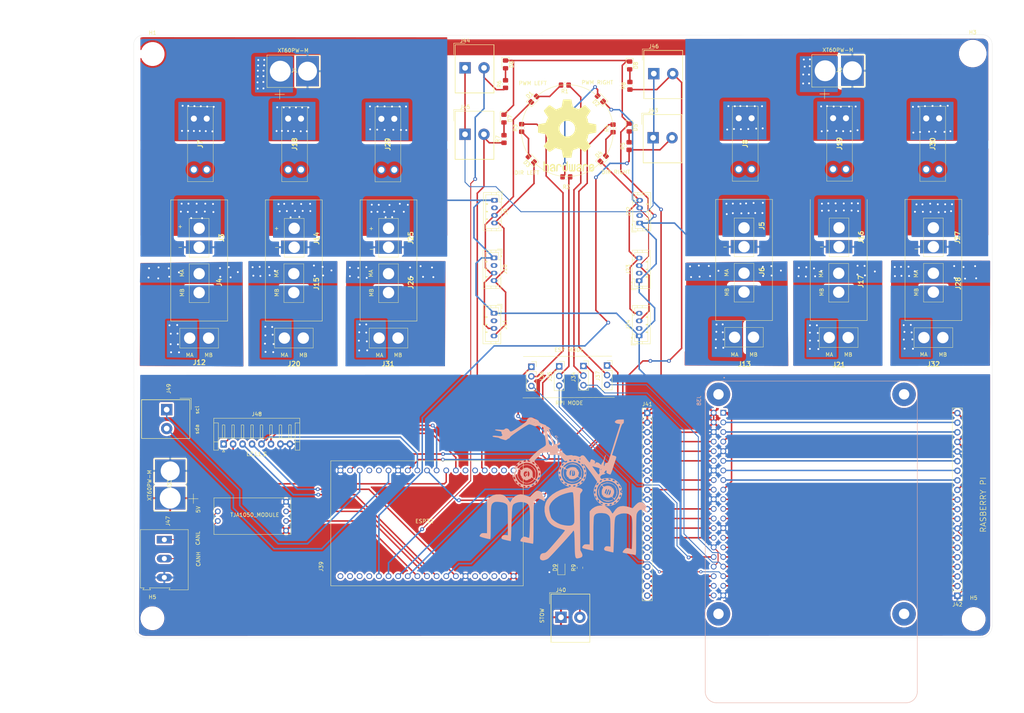
<source format=kicad_pcb>
(kicad_pcb (version 20211014) (generator pcbnew)
  (layers (0 "F.Cu" power) (31 "B.Cu" power) (34 "B.Paste" user) (35 "F.Paste" user) (36 "B.SilkS" user "B.Silkscreen") (37 "F.SilkS" user "F.Silkscreen") (38 "B.Mask" user) (39 "F.Mask" user) (44 "Edge.Cuts" user))
  (net 0 "")
  (net 1 "+24V")
  (net 2 "GND")
  (net 3 "Net-(J10-Pad2)")
  (net 4 "Net-(J12-Pad2)")
  (net 5 "Net-(J12-Pad1)")
  (net 6 "Net-(J15-Pad2)")
  (net 7 "Net-(J17-Pad2)")
  (net 8 "Net-(D1-Pad2)")
  (net 9 "PWML'")
  (net 10 "PWMR'")
  (net 11 "Net-(D2-Pad2)")
  (net 12 "Net-(D3-Pad2)")
  (net 13 "DIRL'")
  (net 14 "DIRR'")
  (net 15 "Net-(D4-Pad2)")
  (net 16 "Net-(J3-Pad1)")
  (net 17 "Net-(J5-Pad1)")
  (net 18 "Net-(J13-Pad2)")
  (net 19 "Net-(J13-Pad1)")
  (net 20 "Net-(J9-Pad2)")
  (net 21 "Net-(J11-Pad2)")
  (net 22 "Net-(J14-Pad1)")
  (net 23 "Net-(J15-Pad1)")
  (net 24 "Net-(J16-Pad1)")
  (net 25 "Net-(J17-Pad1)")
  (net 26 "Net-(J22-Pad2)")
  (net 27 "Net-(J23-Pad2)")
  (net 28 "Net-(J24-Pad2)")
  (net 29 "Net-(J25-Pad1)")
  (net 30 "Net-(J26-Pad2)")
  (net 31 "Net-(J26-Pad1)")
  (net 32 "Net-(J27-Pad1)")
  (net 33 "Net-(J28-Pad1)")
  (net 34 "Net-(J28-Pad2)")
  (net 35 "PWML")
  (net 36 "PWML''")
  (net 37 "PWMR''")
  (net 38 "Net-(J34-Pad2)")
  (net 39 "PWMR")
  (net 40 "DIRL''")
  (net 41 "Net-(J35-Pad2)")
  (net 42 "DIRL")
  (net 43 "DIRR")
  (net 44 "Net-(J36-Pad2)")
  (net 45 "DIRR''")
  (net 46 "Net-(J39-Pad3)")
  (net 47 "Net-(J39-Pad21)")
  (net 48 "Net-(J39-Pad24)")
  (net 49 "Net-(J37-Pad2)")
  (net 50 "Net-(J38-Pad1)")
  (net 51 "Net-(J38-Pad3)")
  (net 52 "Net-(J38-Pad5)")
  (net 53 "Net-(J38-Pad11)")
  (net 54 "Net-(J38-Pad13)")
  (net 55 "Net-(J38-Pad19)")
  (net 56 "Net-(J38-Pad21)")
  (net 57 "Net-(J38-Pad23)")
  (net 58 "Net-(J38-Pad27)")
  (net 59 "Net-(J38-Pad29)")
  (net 60 "Net-(J38-Pad37)")
  (net 61 "Net-(J39-Pad4)")
  (net 62 "Net-(J39-Pad15)")
  (net 63 "Net-(J39-Pad20)")
  (net 64 "Net-(J39-Pad22)")
  (net 65 "Net-(J39-Pad25)")
  (net 66 "Net-(J38-Pad15)")
  (net 67 "5v")
  (net 68 "8")
  (net 69 "10")
  (net 70 "12")
  (net 71 "22")
  (net 72 "24")
  (net 73 "26")
  (net 74 "28")
  (net 75 "36")
  (net 76 "38")
  (net 77 "40")
  (net 78 "32")
  (net 79 "18")
  (net 80 "16")
  (net 81 "SCL")
  (net 82 "Net-(J39-Pad35)")
  (net 83 "Net-(J39-Pad34)")
  (net 84 "SDA")
  (net 85 "SWIVEL_PWM")
  (net 86 "STOW")
  (net 87 "L2_PWM")
  (net 88 "L2_DIR")
  (net 89 "SWIVEL_DIR")
  (net 90 "L3")
  (net 91 "Net-(J39-Pad18)")
  (net 92 "Net-(J39-Pad17)")
  (net 93 "Net-(J39-Pad16)")
  (net 94 "Net-(J39-Pad2)")
  (net 95 "L1_DIR")
  (net 96 "L4")
  (net 97 "L1_PWM")
  (net 98 "CANRX")
  (net 99 "CANTX")
  (net 100 "L1")
  (net 101 "L2")
  (net 102 "Net-(J39-Pad1)")
  (net 103 "/_P")
  (net 104 "/_N")
  (net 105 "Net-(D5-Pad2)")
  (net 106 "Net-(D6-Pad2)")
  (net 107 "Net-(D7-Pad2)")
  (net 108 "Net-(D8-Pad2)")
  (net 109 "Net-(D9-Pad2)")
  (footprint "LED_SMD:LED_0805_2012Metric_Pad1.15x1.40mm_HandSolder" (layer "F.Cu") (at 193.913216 82.547784 45)
    (fp_text reference "D1")
    (fp_text value "LED")
  )
  (footprint "LED_SMD:LED_0805_2012Metric_Pad1.15x1.40mm_HandSolder" (layer "F.Cu") (at 211.438 82.423 135)
    (fp_text reference "D2")
    (fp_text value "LED")
  )
  (footprint "LED_SMD:LED_0805_2012Metric_Pad1.15x1.40mm_HandSolder" (layer "F.Cu") (at 193.198 98.438 135)
    (fp_text reference "D3")
    (fp_text value "LED")
  )
  (footprint "LED_SMD:LED_0805_2012Metric_Pad1.15x1.40mm_HandSolder" (layer "F.Cu") (at 212.188 98.268 45)
    (fp_text reference "D4")
    (fp_text value "LED")
  )
  (footprint "MountingHole:MountingHole_5.3mm_M5_DIN965" (layer "F.Cu") (at 93.218 70.612)
    (fp_text reference "H1")
    (fp_text value "MountingHole")
  )
  (footprint "MountingHole:MountingHole_5.3mm_M5_DIN965" (layer "F.Cu") (at 309.753 70.485)
    (fp_text reference "H3")
    (fp_text value "MountingHole")
  )
  (footprint "MountingHole:MountingHole_5.3mm_M5_DIN965" (layer "F.Cu") (at 93.178 219.683)
    (fp_text reference "H5")
    (fp_text value "MountingHole")
  )
  (footprint "xt60:AMASS_XT60PW-M" (layer "F.Cu") (at 130.528 69.143)
    (fp_text reference "J1")
    (fp_text value "XT60PW-M")
  )
  (footprint "xt60:AMASS_XT60PW-M" (layer "F.Cu") (at 274.378 69.033)
    (fp_text reference "J2")
    (fp_text value "XT60PW-M")
  )
  (footprint "general components:XT30PB" (layer "F.Cu") (at 105.518 116.653)
    (fp_text reference "J3")
    (fp_text value "XT30PB" hide)
  )
  (footprint "general components:XT30PB" (layer "F.Cu") (at 105.518 133.653 180)
    (fp_text reference "J4")
    (fp_text value "XT30PB" hide)
  )
  (footprint "general components:XT30PB" (layer "F.Cu") (at 249.378 116.533)
    (fp_text reference "J5")
    (fp_text value "XT30PB" hide)
  )
  (footprint "general components:XT30PB" (layer "F.Cu") (at 249.378 128.513)
    (fp_text reference "J6")
    (fp_text value "XT30PB" hide)
  )
  (footprint "fuse holder:fuseholder_355720" (layer "F.Cu") (at 107.518 87.683 -90)
    (fp_text reference "J7")
    (fp_text value "Conn_02x02_Counter_Clockwise" hide)
  )
  (footprint "fuse holder:fuseholder_355720" (layer "F.Cu") (at 251.378 87.583 -90)
    (fp_text reference "J8")
    (fp_text value "Conn_02x02_Counter_Clockwise" hide)
  )
  (footprint "Connector_JST:JST_PH_B4B-PH-K_1x04_P2.00mm_Vertical" (layer "F.Cu") (at 183.488 109.253 -90)
    (fp_text reference "J9")
    (fp_text value "Conn_01x04_Female")
  )
  (footprint "Connector_JST:JST_PH_B4B-PH-K_1x04_P2.00mm_Vertical" (layer "F.Cu") (at 183.368 124.483 -90)
    (fp_text reference "J10")
    (fp_text value "Conn_01x04_Female")
  )
  (footprint "Connector_JST:JST_PH_B4B-PH-K_1x04_P2.00mm_Vertical" (layer "F.Cu") (at 183.358 139.103 -90)
    (fp_text reference "J11")
    (fp_text value "Conn_01x04_Female")
  )
  (footprint "general components:XT30PB" (layer "F.Cu") (at 103.018 145.673 90)
    (fp_text reference "J12")
    (fp_text value "XT30PB" hide)
  )
  (footprint "general components:XT30PB" (layer "F.Cu") (at 251.878 145.443 -90)
    (fp_text reference "J13")
    (fp_text value "XT30PB" hide)
  )
  (footprint "general components:XT30PB" (layer "F.Cu") (at 130.618 116.653)
    (fp_text reference "J14")
    (fp_text value "XT30PB" hide)
  )
  (footprint "general components:XT30PB" (layer "F.Cu") (at 130.508 128.643)
    (fp_text reference "J15")
    (fp_text value "XT30PB" hide)
  )
  (footprint "general components:XT30PB" (layer "F.Cu") (at 274.458 116.533)
    (fp_text reference "J16")
    (fp_text value "XT30PB" hide)
  )
  (footprint "general components:XT30PB" (layer "F.Cu") (at 274.378 128.543)
    (fp_text reference "J17")
    (fp_text value "XT30PB" hide)
  )
  (footprint "fuse holder:fuseholder_355720" (layer "F.Cu") (at 132.408 87.683 -90)
    (fp_text reference "J18")
    (fp_text value "Conn_02x02_Counter_Clockwise" hide)
  )
  (footprint "fuse holder:fuseholder_355720" (layer "F.Cu") (at 276.288 87.563 -90)
    (fp_text reference "J19")
    (fp_text value "Conn_02x02_Counter_Clockwise" hide)
  )
  (footprint "general components:XT30PB" (layer "F.Cu") (at 133.018 145.653 -90)
    (fp_text reference "J20")
    (fp_text value "XT30PB" hide)
  )
  (footprint "general components:XT30PB" (layer "F.Cu") (at 276.868 145.523 -90)
    (fp_text reference "J21")
    (fp_text value "XT30PB" hide)
  )
  (footprint "Connector_JST:JST_PH_B4B-PH-K_1x04_P2.00mm_Vertical" (layer "F.Cu") (at 221.818 115.273 90)
    (fp_text reference "J22")
    (fp_text value "Conn_01x04_Female")
  )
  (footprint "Connector_JST:JST_PH_B4B-PH-K_1x04_P2.00mm_Vertical" (layer "F.Cu") (at 221.698 130.513 90)
    (fp_text reference "J23")
    (fp_text value "Conn_01x04_Female")
  )
  (footprint "Connector_JST:JST_PH_B4B-PH-K_1x04_P2.00mm_Vertical" (layer "F.Cu") (at 221.698 145.113 90)
    (fp_text reference "J24")
    (fp_text value "Conn_01x04_Female")
  )
  (footprint "general components:XT30PB" (layer "F.Cu") (at 155.518 116.653)
    (fp_text reference "J25")
    (fp_text value "XT30PB" hide)
  )
  (footprint "general components:XT30PB" (layer "F.Cu") (at 155.518 133.653 180)
    (fp_text reference "J26")
    (fp_text value "XT30PB" hide)
  )
  (footprint "general components:XT30PB" (layer "F.Cu") (at 299.368 116.533)
    (fp_text reference "J27")
    (fp_text value "XT30PB" hide)
  )
  (footprint "general components:XT30PB" (layer "F.Cu") (at 299.378 133.533 180)
    (fp_text reference "J28")
    (fp_text value "XT30PB" hide)
  )
  (footprint "fuse holder:fuseholder_355720" (layer "F.Cu") (at 157.028 87.733 -90)
    (fp_text reference "J29")
    (fp_text value "Conn_02x02_Counter_Clockwise" hide)
  )
  (footprint "fuse holder:fuseholder_355720" (layer "F.Cu") (at 300.878 87.613 -90)
    (fp_text reference "J30")
    (fp_text value "Conn_02x02_Counter_Clockwise" hide)
  )
  (footprint "general components:XT30PB" (layer "F.Cu") (at 153.018 145.653 90)
    (fp_text reference "J31")
    (fp_text value "XT30PB" hide)
  )
  (footprint "general components:XT30PB" (layer "F.Cu") (at 296.868 145.533 90)
    (fp_text reference "J32")
    (fp_text value "XT30PB" hide)
  )
  (footprint "Connector_PinSocket_2.54mm:PinSocket_1x03_P2.54mm_Vertical" (layer "F.Cu") (at 206.978 153.033)
    (fp_text reference "J34")
    (fp_text value "Conn_01x03_Male")
  )
  (footprint "Connector_PinSocket_2.54mm:PinSocket_1x03_P2.54mm_Vertical" (layer "F.Cu") (at 200.578 153.133)
    (fp_text reference "J35")
    (fp_text value "Conn_01x03_Male")
  )
  (footprint "Connector_PinSocket_2.54mm:PinSocket_1x03_P2.54mm_Vertical" (layer "F.Cu") (at 193.228 153.233)
    (fp_text reference "J36")
    (fp_text value "Conn_01x03_Male")
  )
  (footprint "Connector_PinSocket_2.54mm:PinSocket_1x03_P2.54mm_Vertical" (layer "F.Cu") (at 213.218 152.923)
    (fp_text reference "J37")
    (fp_text value "Conn_01x03_Male")
  )
  (footprint "xt60:AMASS_XT60PW-M" (layer "F.Cu") (at 91.87 184.35 90)
    (fp_text reference "J33")
    (fp_text value "XT60PW-M")
  )
  (footprint "Resistor_SMD:R_0805_2012Metric_Pad1.20x1.40mm_HandSolder" (layer "F.Cu") (at 202.058 78.823 180)
    (fp_text reference "R1")
    (fp_text value "R_Small")
  )
  (footprint "Resistor_SMD:R_0805_2012Metric_Pad1.20x1.40mm_HandSolder" (layer "F.Cu") (at 202.468 103.063)
    (fp_text reference "R2")
    (fp_text value "R_Small")
  )
  (footprint "Resistor_SMD:R_0805_2012Metric_Pad1.20x1.40mm_HandSolder" (layer "F.Cu") (at 190.658 90.143 90)
    (fp_text reference "R3")
    (fp_text value "R_Small")
  )
  (footprint "Resistor_SMD:R_0805_2012Metric_Pad1.20x1.40mm_HandSolder" (layer "F.Cu") (at 214.798 90.263 90)
    (fp_text reference "R4")
    (fp_text value "R_Small")
  )
  (footprint "Connector_PinHeader_2.54mm:PinHeader_1x20_P2.54mm_Vertical" (layer "F.Cu") (at 223.82988 165.45052)
    (fp_text reference "J41")
    (fp_text value "Conn_01x20_Male")
  )
  (footprint "Connector_PinHeader_2.54mm:PinHeader_1x20_P2.54mm_Vertical" (layer "F.Cu") (at 305.7144 213.73592 180)
    (fp_text reference "J42")
    (fp_text value "Conn_01x20_Male")
  )
  (footprint "16_pin_IDC:esp32" (layer "F.Cu") (at 140.27404 198.40448 90)
    (fp_text reference "J39")
    (fp_text value "esp32")
  )
  (footprint "TerminalBlock_Altech:Altech_AK300_1x02_P5.00mm_45-Degree" (layer "F.Cu") (at 225.36912 92.7354)
    (fp_text reference "J43")
    (fp_text value "l1")
  )
  (footprint "TerminalBlock_Altech:Altech_AK300_1x02_P5.00mm_45-Degree" (layer "F.Cu") (at 175.72736 74.26452)
    (fp_text reference "J44")
    (fp_text value "l2")
  )
  (footprint "TerminalBlock_Altech:Altech_AK300_1x02_P5.00mm_45-Degree" (layer "F.Cu") (at 175.71212 91.821)
    (fp_text reference "J45")
    (fp_text value "l3")
  )
  (footprint "TerminalBlock_Altech:Altech_AK300_1x02_P5.00mm_45-Degree" (layer "F.Cu") (at 225.552 75.78852)
    (fp_text reference "J46")
    (fp_text value "l4")
  )
  (footprint "TerminalBlock_Altech:Altech_AK300_1x02_P5.00mm_45-Degree" (layer "F.Cu") (at 201.041 219.42552)
    (fp_text reference "J40")
    (fp_text value "l4")
  )
  (footprint "Connector_JST:JST_EH_S8B-EH_1x08_P2.50mm_Horizontal" (layer "F.Cu") (at 111.97844 173.6598)
    (fp_text reference "J48")
    (fp_text value "L1,L2,S")
  )
  (footprint "TJA1050*:TJA1050_MODULE" (layer "F.Cu") (at 125.9332 199.06488 180)
    (fp_text reference "U1")
    (fp_text value "TJA1050_MODULE")
  )
  (footprint "LED_SMD:LED_0805_2012Metric_Pad1.15x1.40mm_HandSolder" (layer "F.Cu") (at 219.06484 90.03792 -90)
    (fp_text reference "D5")
    (fp_text value "LED")
  )
  (footprint "LED_SMD:LED_0805_2012Metric_Pad1.15x1.40mm_HandSolder" (layer "F.Cu") (at 186.40552 73.34896 -90)
    (fp_text reference "D6")
    (fp_text value "LED")
  )
  (footprint "LED_SMD:LED_0805_2012Metric_Pad1.15x1.40mm_HandSolder" (layer "F.Cu") (at 185.98896 87.66672 -90)
    (fp_text reference "D7")
    (fp_text value "LED")
  )
  (footprint "LED_SMD:LED_0805_2012Metric_Pad1.15x1.40mm_HandSolder" (layer "F.Cu") (at 219.18168 73.63068 -90)
    (fp_text reference "D8")
    (fp_text value "LED")
  )
  (footprint "LED_SMD:LED_0805_2012Metric_Pad1.15x1.40mm_HandSolder" (layer "F.Cu") (at 201.14768 206.32304 90)
    (fp_text reference "D9")
    (fp_text value "LED")
  )
  (footprint "Resistor_SMD:R_0805_2012Metric_Pad1.20x1.40mm_HandSolder" (layer "F.Cu") (at 219.02928 94.92412 90)
    (fp_text reference "R5")
    (fp_text value "R_Small")
  )
  (footprint "Resistor_SMD:R_0805_2012Metric_Pad1.20x1.40mm_HandSolder" (layer "F.Cu") (at 186.40552 78.55712 90)
    (fp_text reference "R6")
    (fp_text value "R_Small")
  )
  (footprint "Resistor_SMD:R_0805_2012Metric_Pad1.20x1.40mm_HandSolder" (layer "F.Cu") (at 186.0042 93.06992 90)
    (fp_text reference "R7")
    (fp_text value "R_Small")
  )
  (footprint "Resistor_SMD:R_0805_2012Metric_Pad1.20x1.40mm_HandSolder" (layer "F.Cu") (at 219.24264 79.00492 90)
    (fp_text reference "R8")
    (fp_text value "R_Small")
  )
  (footprint "Resistor_SMD:R_0805_2012Metric_Pad1.20x1.40mm_HandSolder" (layer "F.Cu") (at 206.04988 206.34528 90)
    (fp_text reference "R9")
    (fp_text value "R_Small")
  )
  (footprint "TerminalBlock:TerminalBlock_Altech_AK300-3_P5.00mm" (layer "F.Cu") (at 96.32 198.92 -90)
    (fp_text reference "J47")
    (fp_text value "Conn_01x03_Male")
  )
  (footprint "TerminalBlock_Altech:Altech_AK300_1x02_P5.00mm_45-Degree" (layer "F.Cu") (at 96.94 164.57 -90)
    (fp_text reference "J49")
    (fp_text value "l4")
  )
  (footprint "MountingHole:MountingHole_5.3mm_M5_DIN965" (layer "F.Cu") (at 310 219.9)
    (fp_text reference "H5")
    (fp_text value "MountingHole")
  )
  (footprint "Symbol:OSHW-Logo2_24.3x20mm_SilkScreen" (layer "F.Cu") (at 202.675 91.85)
    (fp_text reference "REF**" hide)
    (fp_text value "OSHW-Logo2_24.3x20mm_SilkScreen" hide)
  )
  (footprint "rpi:MODULE_RASPBERRY_PI_3_MODEL_B+" (layer "B.Cu") (at 267.13012 199.5258 -90)
    (fp_text reference "J38")
    (fp_text value "Raspberry_Pi_2_3")
  )
  (footprint "16_pin_IDC:MRM_LOGO" (layer "B.Cu") (at 201.7 184.25 180)
    (fp_text reference "G5" hide)
    (fp_text value "LOGO" hide)
  )
  (gr_line (start 148.018 109.153) (end 148.018 141.153) (layer "F.SilkS") (width 0.12))
  (gr_line (start 123.018 109.153) (end 123.018 141.153) (layer "F.SilkS") (width 0.12))
  (gr_line (start 113.018 109.153) (end 113.018 141.153) (layer "F.SilkS") (width 0.12))
  (gr_line (start 98.018 141.153) (end 113.018 141.153) (layer "F.SilkS") (width 0.12))
  (gr_line (start 138.018 141.153) (end 138.018 109.153) (layer "F.SilkS") (width 0.12))
  (gr_line (start 163.018 109.153) (end 148.018 109.153) (layer "F.SilkS") (width 0.12))
  (gr_line (start 138.018 109.153) (end 123.018 109.153) (layer "F.SilkS") (width 0.12))
  (gr_line (start 123.018 141.153) (end 138.018 141.153) (layer "F.SilkS") (width 0.12))
  (gr_line (start 113.018 109.153) (end 98.018 109.153) (layer "F.SilkS") (width 0.12))
  (gr_line (start 163.018 141.153) (end 163.018 109.153) (layer "F.SilkS") (width 0.12))
  (gr_line (start 148.018 141.153) (end 163.018 141.153) (layer "F.SilkS") (width 0.12))
  (gr_line (start 98.018 109.153) (end 98.018 141.153) (layer "F.SilkS") (width 0.12))
  (gr_line (start 281.878 141.033) (end 281.878 109.033) (layer "F.SilkS") (width 0.12))
  (gr_line (start 291.878 141.033) (end 306.878 141.033) (layer "F.SilkS") (width 0.12))
  (gr_line (start 306.878 109.033) (end 291.878 109.033) (layer "F.SilkS") (width 0.12))
  (gr_line (start 266.878 109.033) (end 266.878 141.033) (layer "F.SilkS") (width 0.12))
  (gr_line (start 241.878 141.033) (end 256.878 141.033) (layer "F.SilkS") (width 0.12))
  (gr_circle (center 202.737885 90.853) (end 213.127885 84.593) (layer "F.SilkS") (width 0.12) (fill none))
  (gr_line (start 306.878 141.033) (end 306.878 109.033) (layer "F.SilkS") (width 0.12))
  (gr_line (start 191.108 150.523) (end 214.478 150.443) (layer "F.SilkS") (width 0.12))
  (gr_line (start 256.878 109.033) (end 241.878 109.033) (layer "F.SilkS") (width 0.12))
  (gr_line (start 190.988 161.453) (end 215.188 161.323) (layer "F.SilkS") (width 0.12))
  (gr_line (start 266.878 141.033) (end 281.878 141.033) (layer "F.SilkS") (width 0.12))
  (gr_line (start 241.878 109.033) (end 241.878 141.033) (layer "F.SilkS") (width 0.12))
  (gr_line (start 256.878 109.033) (end 256.878 141.033) (layer "F.SilkS") (width 0.12))
  (gr_line (start 291.878 109.033) (end 291.878 141.033) (layer "F.SilkS") (width 0.12))
  (gr_arc (start 91.417 224.860623) (mid 89.208236 223.925718) (end 88.358 221.683) (layer "Edge.Cuts") (width 0.05))
  (gr_arc (start 88.229 68.11) (mid 88.961233 66.342233) (end 90.729 65.61) (layer "Edge.Cuts") (width 0.05))
  (gr_arc (start 312.376 65.533001) (mid 314.14506 66.264526) (end 314.878 68.033) (layer "Edge.Cuts") (width 0.05))
  (gr_arc (start 314.877 221.770623) (mid 313.984261 223.925884) (end 311.829 224.818623) (layer "Edge.Cuts") (width 0.05))
  (gr_line (start 88.358 221.683) (end 88.229 68.11) (layer "Edge.Cuts") (width 0.05))
  (gr_line (start 314.878 68.033) (end 314.878 151.469) (layer "Edge.Cuts") (width 0.05))
  (gr_line (start 90.729 65.61) (end 168.508 65.653) (layer "Edge.Cuts") (width 0.05))
  (gr_line (start 168.508 65.653) (end 312.376 65.533001) (layer "Edge.Cuts") (width 0.05))
  (gr_line (start 91.417 224.860623) (end 311.829 224.818623) (layer "Edge.Cuts") (width 0.05))
  (gr_line (start 314.878 151.469) (end 314.877 221.770623) (layer "Edge.Cuts") (width 0.05))
  (gr_text "MA\n" (at 103.018 150.153) (layer "F.SilkS") (effects (font (size 1 1))))
  (gr_text "MB" (at 158.018 150.153) (layer "F.SilkS") (effects (font (size 1 1))))
  (gr_text "MA\n" (at 128.018 150.153) (layer "F.SilkS") (effects (font (size 1 1))))
  (gr_text "-" (at 126.018 121.653) (layer "F.SilkS") (effects (font (size 1 1))))
  (gr_text "MB" (at 126.018 133.653 90) (layer "F.SilkS") (effects (font (size 1 1))))
  (gr_text "-" (at 151.018 122.153) (layer "F.SilkS") (effects (font (size 1 1))))
  (gr_text "MB" (at 133.018 150.153) (layer "F.SilkS") (effects (font (size 1 1))))
  (gr_text "MB" (at 108.018 150.153) (layer "F.SilkS") (effects (font (size 1 1))))
  (gr_text "MB" (at 101.018 133.653 90) (layer "F.SilkS") (effects (font (size 1 1))))
  (gr_text "MB" (at 151.018 133.653 90) (layer "F.SilkS") (effects (font (size 1 1))))
  (gr_text "+" (at 100.518 116.153) (layer "F.SilkS") (effects (font (size 1 1))))
  (gr_text "-" (at 100.518 121.653) (layer "F.SilkS") (effects (font (size 1 1))))
  (gr_text "+" (at 150.958 116.673) (layer "F.SilkS") (effects (font (size 1 1))))
  (gr_text "MA\n" (at 296.818 149.993) (layer "F.SilkS") (effects (font (size 1 1))))
  (gr_text "+" (at 125.948 116.643) (layer "F.SilkS") (effects (font (size 1 1))))
  (gr_text "MB" (at 244.878 133.533 90) (layer "F.SilkS") (effects (font (size 1 1))))
  (gr_text "ESP32" (at 164.975 194.05) (layer "F.SilkS") (effects (font (size 1 1))))
  (gr_text "MA\n" (at 100.998 128.503 90) (layer "F.SilkS") (effects (font (size 1 1))))
  (gr_text "MA\n" (at 125.958 128.673 90) (layer "F.SilkS") (effects (font (size 1 1))))
  (gr_text "STOW" (at 196.05 219 90) (layer "F.SilkS") (effects (font (size 1 1))))
  (gr_text "MA\n" (at 150.878 128.593 90) (layer "F.SilkS") (effects (font (size 1 1))))
  (gr_text "MA\n" (at 244.788 128.403 90) (layer "F.SilkS") (effects (font (size 1 1))))
  (gr_text "-" (at 269.878 121.533) (layer "F.SilkS") (effects (font (size 1 1))))
  (gr_text "L2,L1,S" (at 120.7 176.3) (layer "F.SilkS") (effects (font (size 1 1))))
  (gr_text "CANH" (at 105.31 204.07 90) (layer "F.SilkS") (effects (font (size 1 1))))
  (gr_text "MB" (at 276.878 150.033) (layer "F.SilkS") (effects (font (size 1 1))))
  (gr_text "sda" (at 104.95 169.75 90) (layer "F.SilkS") (effects (font (size 1 1))))
  (gr_text "DIR RIGHT" (at 215.519 101.81844) (layer "F.SilkS") (effects (font (size 1 1))))
  (gr_text "ESP MODE" (at 203.168 148.783) (layer "F.SilkS") (effects (font (size 1 1))))
  (gr_text "MA\n" (at 269.718 128.693 90) (layer "F.SilkS") (effects (font (size 1 1))))
  (gr_text "RASBERRY PI" (at 312.528 189.683 90) (layer "F.SilkS") (effects (font (size 1.5 1.5))))
  (gr_text "MB" (at 269.878 133.533 90) (layer "F.SilkS") (effects (font (size 1 1))))
  (gr_text "MA\n" (at 153.118 150.203) (layer "F.SilkS") (effects (font (size 1 1))))
  (gr_text "PWM RIGHT" (at 210.65236 78.14564) (layer "F.SilkS") (effects (font (size 1 1))))
  (gr_text "MA\n" (at 271.878 150.033) (layer "F.SilkS") (effects (font (size 1 1))))
  (gr_text "MA\n" (at 246.878 150.033) (layer "F.SilkS") (effects (font (size 1 1))))
  (gr_text "-" (at 294.878 122.033) (layer "F.SilkS") (effects (font (size 1 1))))
  (gr_text "DIR LEFT" (at 192.0494 101.98608) (layer "F.SilkS") (effects (font (size 1 1))))
  (gr_text "-" (at 244.378 121.533) (layer "F.SilkS") (effects (font (size 1 1))))
  (gr_text "MB" (at 301.878 150.033) (layer "F.SilkS") (effects (font (size 1 1))))
  (gr_text "MA\n" (at 294.798 128.703 90) (layer "F.SilkS") (effects (font (size 1 1))))
  (gr_text "5V" (at 105.27 190.95 90) (layer "F.SilkS") (effects (font (size 1 1))))
  (gr_text "CANL" (at 105.19 198.53 90) (layer "F.SilkS") (effects (font (size 1 1))))
  (gr_text "RPI MODE" (at 203.228 162.813) (layer "F.SilkS") (effects (font (size 1 1))))
  (gr_text "MB" (at 251.878 150.033) (layer "F.SilkS") (effects (font (size 1 1))))
  (gr_text "PWM LEFT" (at 193.60388 78.32344) (layer "F.SilkS") (effects (font (size 1 1))))
  (gr_text "scl" (at 104.97 164.65 90) (layer "F.SilkS") (effects (font (size 1 1))))
  (gr_text "MB" (at 294.878 133.533 90) (layer "F.SilkS") (effects (font (size 1 1))))
  (segment (start 126.928 75.143) (end 126.928 71.202998) (width 4.2) (layer "F.Cu") (net 1))
  (segment (start 126.928 71.202998) (end 129.287999 68.842999) (width 4.2) (layer "F.Cu") (net 1))
  (segment (start 264.587999 68.842999) (end 270.778 75.033) (width 4.2) (layer "F.Cu") (net 1))
  (segment (start 129.287999 68.842999) (end 264.587999 68.842999) (width 4.2) (layer "F.Cu") (net 1))
  (via (at 122.498 79.693) (size 1) (drill 0.5) (layers "F.Cu" "B.Cu") (net 1))
  (via (at 150.658 90.513) (size 1) (drill 0.5) (layers "F.Cu" "B.Cu") (net 1))
  (via (at 158.438 84.493) (size 1) (drill 0.5) (layers "F.Cu" "B.Cu") (net 1))
  (via (at 128.988 90.953) (size 1) (drill 0.5) (layers "F.Cu" "B.Cu") (net 1))
  (via (at 252.588 90.313) (size 1) (drill 0.5) (layers "F.Cu" "B.Cu") (net 1))
  (via (at 244.938 90.563) (size 1) (drill 0.5) (layers "F.Cu" "B.Cu") (net 1))
  (via (at 122.498 76.463) (size 1) (drill 0.5) (layers "F.Cu" "B.Cu") (net 1))
  (via (at 302.298 91.183) (size 1) (drill 0.5) (layers "F.Cu" "B.Cu") (net 1))
  (via (at 122.658 73.623) (size 1) (drill 0.5) (layers "F.Cu" "B.Cu") (net 1))
  (via (at 130.558 90.993) (size 1) (drill 0.5) (layers "F.Cu" "B.Cu") (net 1))
  (via (at 250.158 84.403) (size 1) (drill 0.5) (layers "F.Cu" "B.Cu") (net 1))
  (via (at 273.758 90.903) (size 1) (drill 0.5) (layers "F.Cu" "B.Cu") (net 1))
  (via (at 154.468 84.453) (size 1) (drill 0.5) (layers "F.Cu" "B.Cu") (net 1))
  (via (at 152.618 84.453) (size 1) (drill 0.5) (layers "F.Cu" "B.Cu") (net 1))
  (via (at 274.938 84.533) (size 1) (drill 0.5) (layers "F.Cu" "B.Cu") (net 1))
  (via (at 152.538 90.593) (size 1) (drill 0.5) (layers "F.Cu" "B.Cu") (net 1))
  (via (at 158.798 90.673) (size 1) (drill 0.5) (layers "F.Cu" "B.Cu") (net 1))
  (via (at 133.948 91.023) (size 1) (drill 0.5) (layers "F.Cu" "B.Cu") (net 1))
  (via (at 122.468 77.983) (size 1) (drill 0.5) (layers "F.Cu" "B.Cu") (net 1))
  (via (at 299.138 84.333) (size 1) (drill 0.5) (layers "F.Cu" "B.Cu") (net 1))
  (via (at 120.928 78.093) (size 1) (drill 0.5) (layers "F.Cu" "B.Cu") (net 1))
  (via (at 269.878 91.023) (size 1) (drill 0.5) (layers "F.Cu" "B.Cu") (net 1))
  (via (at 120.978 79.733) (size 1) (drill 0.5) (layers "F.Cu" "B.Cu") (net 1))
  (via (at 122.698 72.153) (size 1) (drill 0.5) (layers "F.Cu" "B.Cu") (net 1))
  (via (at 246.718 90.423) (size 1) (drill 0.5) (layers "F.Cu" "B.Cu") (net 1))
  (via (at 160.138 84.493) (size 1) (drill 0.5) (layers "F.Cu" "B.Cu") (net 1))
  (via (at 132.728 84.753) (size 1) (drill 0.5) (layers "F.Cu" "B.Cu") (net 1))
  (via (at 293.968 84.563) (size 1) (drill 0.5) (layers "F.Cu" "B.Cu") (net 1))
  (via (at 132.338 91.023) (size 1) (drill 0.5) (layers "F.Cu" "B.Cu") (net 1))
  (via (at 265.008 76.023) (size 1) (drill 0.5) (layers "F.Cu" "B.Cu") (net 1))
  (via (at 298.238 91.123) (size 1) (drill 0.5) (layers "F.Cu" "B.Cu") (net 1))
  (via (at 254.128 84.403) (size 1) (drill 0.5) (layers "F.Cu" "B.Cu") (net 1))
  (via (at 127.368 90.923) (size 1) (drill 0.5) (layers "F.Cu" "B.Cu") (net 1))
  (via (at 248.538 90.483) (size 1) (drill 0.5) (layers "F.Cu" "B.Cu") (net 1))
  (via (at 104.268 84.383) (size 1) (drill 0.5) (layers "F.Cu" "B.Cu") (net 1))
  (via (at 277.508 90.993) (size 1) (drill 0.5) (layers "F.Cu" "B.Cu") (net 1))
  (via (at 266.728 73.833) (size 1) (drill 0.5) (layers "F.Cu" "B.Cu") (net 1))
  (via (at 303.858 91.013) (size 1) (drill 0.5) (layers "F.Cu" "B.Cu") (net 1))
  (via (at 102.608 90.913) (size 1) (drill 0.5) (layers "F.Cu" "B.Cu") (net 1))
  (via (at 299.918 91.123) (size 1) (drill 0.5) (layers "F.Cu" "B.Cu") (net 1))
  (via (at 121.008 75.013) (size 1) (drill 0.5) (layers "F.Cu" "B.Cu") (net 1))
  (via (at 294.078 91.383) (size 1) (drill 0.5) (layers "F.Cu" "B.Cu") (net 1))
  (via (at 121.008 76.543) (size 1) (drill 0.5) (layers "F.Cu" "B.Cu") (net 1))
  (via (at 121.128 72.203) (size 1) (drill 0.5) (layers "F.Cu" "B.Cu") (net 1))
  (via (at 254.298 90.253) (size 1) (drill 0.5) (layers "F.Cu" "B.Cu") (net 1))
  (via (at 105.948 84.423) (size 1) (drill 0.5) (layers "F.Cu" "B.Cu") (net 1))
  (via (at 129.388 84.753) (size 1) (drill 0.5) (layers "F.Cu" "B.Cu") (net 1))
  (via (at 303.158 84.283) (size 1) (drill 0.5) (layers "F.Cu" "B.Cu") (net 1))
  (via (at 264.988 78.403) (size 1) (drill 0.5) (layers "F.Cu" "B.Cu") (net 1))
  (via (at 126.118 84.693) (size 1) (drill 0.5) (layers "F.Cu" "B.Cu") (net 1))
  (via (at 102.628 84.313) (size 1) (drill 0.5) (layers "F.Cu" "B.Cu") (net 1))
  (via (at 160.208 90.713) (size 1) (drill 0.5) (layers "F.Cu" "B.Cu") (net 1))
  (via (at 266.778 72.023) (size 1) (drill 0.5) (layers "F.Cu" "B.Cu") (net 1))
  (via (at 250.498 90.423) (size 1) (drill 0.5) (layers "F.Cu" "B.Cu") (net 1))
  (via (at 109.028 91.053) (size 1) (drill 0.5) (layers "F.Cu" "B.Cu") (net 1))
  (via (at 134.348 84.723) (size 1) (drill 0.5) (layers "F.Cu" "B.Cu") (net 1))
  (via (at 266.528 76.023) (size 1) (drill 0.5) (layers "F.Cu" "B.Cu") (net 1))
  (via (at 301.238 84.303) (size 1) (drill 0.5) (layers "F.Cu" "B.Cu") (net 1))
  (via (at 246.948 84.413) (size 1) (drill 0.5) (layers "F.Cu" "B.Cu") (net 1))
  (via (at 156.438 84.493) (size 1) (drill 0.5) (layers "F.Cu" "B.Cu") (net 1))
  (via (at 252.208 84.403) (size 1) (drill 0.5) (layers "F.Cu" "B.Cu") (net 1))
  (via (at 150.618 84.453) (size 1) (drill 0.5) (layers "F.Cu" "B.Cu") (net 1))
  (via (at 156.788 90.633) (size 1) (drill 0.5) (layers "F.Cu" "B.Cu") (net 1))
  (via (at 154.468 90.673) (size 1) (drill 0.5) (layers "F.Cu" "B.Cu") (net 1))
  (via (at 125.958 90.953) (size 1) (drill 0.5) (layers "F.Cu" "B.Cu") (net 1))
  (via (at 279.348 90.743) (size 1) (drill 0.5) (layers "F.Cu" "B.Cu") (net 1))
  (via (at 245.248 84.383) (size 1) (drill 0.5) (layers "F.Cu" "B.Cu") (net 1))
  (via (at 107.268 90.983) (size 1) (drill 0.5) (layers "F.Cu" "B.Cu") (net 1))
  (via (at 265.378 73.953) (size 1) (drill 0.5) (layers "F.Cu" "B.Cu") (net 1))
  (via (at 271.308 84.363) (size 1) (drill 0.5) (layers "F.Cu" "B.Cu") (net 1))
  (via (at 295.838 91.213) (size 1) (drill 0.5) (layers "F.Cu" "B.Cu") (net 1))
  (via (at 265.148 72.063) (size 1) (drill 0.5) (layers "F.Cu" "B.Cu") (net 1))
  (via (at 297.148 84.393) (size 1) (drill 0.5) (layers "F.Cu" "B.Cu") (net 1))
  (via (at 271.418 90.883) (size 1) (drill 0.5) (layers "F.Cu" "B.Cu") (net 1))
  (via (at 277.118 84.483) (size 1) (drill 0.5) (layers "F.Cu" "B.Cu") (net 1))
  (via (at 121.078 73.643) (size 1) (drill 0.5) (layers "F.Cu" "B.Cu") (net 1))
  (via (at 127.848 84.713) (size 1) (drill 0.5) (layers "F.Cu" "B.Cu") (net 1))
  (via (at 275.548 90.993) (size 1) (drill 0.5) (layers "F.Cu" "B.Cu") (net 1))
  (via (at 104.128 90.943) (size 1) (drill 0.5) (layers "F.Cu" "B.Cu") (net 1))
  (via (at 122.498 75.013) (size 1) (drill 0.5) (layers "F.Cu" "B.Cu") (net 1))
  (via (at 273.038 84.483) (size 1) (drill 0.5) (layers "F.Cu" "B.Cu") (net 1))
  (via (at 101.148 84.293) (size 1) (drill 0.5) (layers "F.Cu" "B.Cu") (net 1))
  (via (at 248.408 84.373) (size 1) (drill 0.5) (layers "F.Cu" "B.Cu") (net 1))
  (via (at 131.068 84.723) (size 1) (drill 0.5) (layers "F.Cu" "B.Cu") (net 1))
  (via (at 295.418 84.503) (size 1) (drill 0.5) (layers "F.Cu" "B.Cu") (net 1))
  (via (at 109.368 84.563) (size 1) (drill 0.5) (layers "F.Cu" "B.Cu") (net 1))
  (via (at 105.678 90.943) (size 1) (drill 0.5) (layers "F.Cu" "B.Cu") (net 1))
  (via (at 100.988 90.913) (size 1) (drill 0.5) (layers "F.Cu" "B.Cu") (net 1))
  (via (at 107.658 84.493) (size 1) (drill 0.5) (layers "F.Cu" "B.Cu") (net 1))
  (via (at 269.738 84.453) (size 1) (drill 0.5) (layers "F.Cu" "B.Cu") (net 1))
  (via (at 266.548 78.363) (size 1) (drill 0.5) (layers "F.Cu" "B.Cu") (net 1))
  (via (at 278.848 84.483) (size 1) (drill 0.5) (layers "F.Cu" "B.Cu") (net 1))
  (segment (start 197.98792 207.51292) (end 197.98792 207.51292) (width 0.4) (layer "F.Cu") (net 2))
  (segment (start 225.8 113.35) (end 225.8 113.35) (width 0.4) (layer "F.Cu") (net 2))
  (segment (start 308.23408 211.21624) (end 308.23408 199.165598) (width 0.25) (layer "F.Cu") (net 2))
  (segment (start 219.18168 72.60568) (end 218.2548 72.60568) (width 0.4) (layer "F.Cu") (net 2))
  (segment (start 188.08192 72.32396) (end 188.50864 72.75068) (width 0.4) (layer "F.Cu") (net 2))
  (segment (start 201.14768 207.34804) (end 198.1528 207.34804) (width 0.4) (layer "F.Cu") (net 2))
  (segment (start 186.40552 72.32396) (end 188.08192 72.32396) (width 0.4) (layer "F.Cu") (net 2))
  (segment (start 218.89996 72.32396) (end 219.18168 72.60568) (width 0.4) (layer "F.Cu") (net 2))
  (segment (start 242.522121 202.117801) (end 242.522121 204.873799) (width 0.25) (layer "F.Cu") (net 2))
  (segment (start 186.40552 72.32396) (end 218.89996 72.32396) (width 0.4) (layer "F.Cu") (net 2))
  (segment (start 216.85 101.55) (end 224.05 108.75) (width 0.4) (layer "F.Cu") (net 2))
  (segment (start 305.7144 196.645918) (end 305.7144 195.95592) (width 0.25) (layer "F.Cu") (net 2))
  (segment (start 241.36012 200.9558) (end 242.522121 202.117801) (width 0.25) (layer "F.Cu") (net 2))
  (segment (start 242.522121 204.873799) (end 241.36012 206.0358) (width 0.25) (layer "F.Cu") (net 2))
  (segment (start 188.50864 84.12204) (end 185.98896 86.64172) (width 0.4) (layer "F.Cu") (net 2))
  (segment (start 305.7144 213.73592) (end 308.23408 211.21624) (width 0.25) (layer "F.Cu") (net 2))
  (segment (start 241.3054 170.53052) (end 241.36012 170.4758) (width 0.4) (layer "F.Cu") (net 2))
  (segment (start 217.22588 73.6346) (end 217.22588 87.17396) (width 0.4) (layer "F.Cu") (net 2))
  (segment (start 219.06484 89.01292) (end 216.85 91.22776) (width 0.4) (layer "F.Cu") (net 2))
  (segment (start 216.85 91.22776) (end 216.85 101.55) (width 0.4) (layer "F.Cu") (net 2))
  (segment (start 217.22588 87.17396) (end 219.06484 89.01292) (width 0.4) (layer "F.Cu") (net 2))
  (segment (start 218.2548 72.60568) (end 217.22588 73.6346) (width 0.4) (layer "F.Cu") (net 2))
  (segment (start 224.05 111.6) (end 225.8 113.35) (width 0.4) (layer "F.Cu") (net 2))
  (segment (start 198.1528 207.34804) (end 197.98792 207.51292) (width 0.4) (layer "F.Cu") (net 2))
  (segment (start 188.50864 72.75068) (end 188.50864 84.12204) (width 0.4) (layer "F.Cu") (net 2))
  (segment (start 308.23408 199.165598) (end 305.7144 196.645918) (width 0.25) (layer "F.Cu") (net 2))
  (segment (start 223.82988 170.53052) (end 241.3054 170.53052) (width 0.4) (layer "F.Cu") (net 2))
  (segment (start 224.05 108.75) (end 224.05 111.6) (width 0.4) (layer "F.Cu") (net 2))
  (via (at 197.98792 207.51292) (size 1) (drill 0.5) (layers "F.Cu" "B.Cu") (net 2))
  (via (at 225.8 113.35) (size 1) (drill 0.5) (layers "F.Cu" "B.Cu") (net 2))
  (segment (start 226.178 126.033) (end 221.698 130.513) (width 0.4) (layer "B.Cu") (net 2))
  (segment (start 226.178 119.633) (end 226.178 126.033) (width 0.4) (layer "B.Cu") (net 2))
  (segment (start 221.698 145.113) (end 221.698 151.20792) (width 0.4) (layer "B.Cu") (net 2))
  (segment (start 170.758 109.253) (end 165.228 114.783) (width 0.4) (layer "B.Cu") (net 2))
  (segment (start 305.7144 195.95592) (end 308.07152 193.5988) (width 0.4) (layer "B.Cu") (net 2))
  (segment (start 178.628 134.373) (end 183.358 139.103) (width 0.4) (layer "B.Cu") (net 2))
  (segment (start 221.698 153.83936) (end 221.698 151.20792) (width 0.4) (layer "B.Cu") (net 2))
  (segment (start 183.358 139.103) (end 215.688 139.103) (width 0.4) (layer "B.Cu") (net 2))
  (segment (start 225.778 141.033) (end 221.698 145.113) (width 0.4) (layer "B.Cu") (net 2))
  (segment (start 183.488 109.253) (end 170.758 109.253) (width 0.4) (layer "B.Cu") (net 2))
  (segment (start 223.877 115.273) (end 225.8 113.35) (width 0.4) (layer "B.Cu") (net 2))
  (segment (start 238.33444 170.4758) (end 221.698 153.83936) (width 0.4) (layer "B.Cu") (net 2))
  (segment (start 163.608 121.653) (end 155.518 121.653) (width 0.4) (layer "B.Cu") (net 2))
  (segment (start 165.228 120.033) (end 163.608 121.653) (width 0.4) (layer "B.Cu") (net 2))
  (segment (start 183.488 109.253) (end 179.958 109.253) (width 0.4) (layer "B.Cu") (net 2))
  (segment (start 308.07152 193.5988) (end 308.07152 177.99304) (width 0.4) (layer "B.Cu") (net 2))
  (segment (start 249.378 121.533) (end 237.278 121.533) (width 0.4) (layer "B.Cu") (net 2))
  (segment (start 231.018 115.273) (end 221.818 115.273) (width 0.4) (layer "B.Cu") (net 2))
  (segment (start 237.278 121.533) (end 231.018 115.273) (width 0.4) (layer "B.Cu") (net 2))
  (segment (start 221.698 130.513) (end 221.698 133.603) (width 0.4) (layer "B.Cu") (net 2))
  (segment (start 225.778 137.683) (end 225.778 141.033) (width 0.4) (layer "B.Cu") (net 2))
  (segment (start 179.958 109.253) (end 178.078 111.133) (width 0.4) (layer "B.Cu") (net 2))
  (segment (start 178.628 125.933) (end 178.628 134.373) (width 0.4) (layer "B.Cu") (net 2))
  (segment (start 180.078 124.483) (end 178.628 125.933) (width 0.4) (layer "B.Cu") (net 2))
  (segment (start 221.818 115.273) (end 226.178 119.633) (width 0.4) (layer "B.Cu") (net 2))
  (segment (start 178.078 119.193) (end 183.368 124.483) (width 0.4) (layer "B.Cu") (net 2))
  (segment (start 221.698 133.603) (end 225.778 137.683) (width 0.4) (layer "B.Cu") (net 2))
  (segment (start 183.368 124.483) (end 180.078 124.483) (width 0.4) (layer "B.Cu") (net 2))
  (segment (start 308.07152 177.99304) (end 305.7144 175.63592) (width 0.4) (layer "B.Cu") (net 2))
  (segment (start 241.36012 170.4758) (end 238.33444 170.4758) (width 0.4) (layer "B.Cu") (net 2))
  (segment (start 165.228 114.783) (end 165.228 120.033) (width 0.4) (layer "B.Cu") (net 2))
  (segment (start 215.688 139.103) (end 221.698 145.113) (width 0.4) (layer "B.Cu") (net 2))
  (segment (start 178.078 111.133) (end 178.078 119.193) (width 0.4) (layer "B.Cu") (net 2))
  (segment (start 221.818 115.273) (end 223.877 115.273) (width 0.4) (layer "B.Cu") (net 2))
  (via (at 100.198 149.433) (size 1) (drill 0.5) (layers "F.Cu" "B.Cu") (net 5))
  (via (at 97.498 127.223) (size 1) (drill 0.5) (layers "F.Cu" "B.Cu") (net 5))
  (via (at 92.128 129.653) (size 1) (drill 0.5) (layers "F.Cu" "B.Cu") (net 5))
  (via (at 97.678 142.293) (size 1) (drill 0.5) (layers "F.Cu" "B.Cu") (net 5))
  (via (at 99.918 147.323) (size 1) (drill 0.5) (layers "F.Cu" "B.Cu") (net 5))
  (via (at 97.618 129.453) (size 1) (drill 0.5) (layers "F.Cu" "B.Cu") (net 5))
  (via (at 111.108 129.453) (size 1) (drill 0.5) (layers "F.Cu" "B.Cu") (net 5))
  (via (at 113.338 126.913) (size 1) (drill 0.5) (layers "F.Cu" "B.Cu") (net 5))
  (via (at 98.018 144.503) (size 1) (drill 0.5) (layers "F.Cu" "B.Cu") (net 5))
  (via (at 92.288 127.223) (size 1) (drill 0.5) (layers "F.Cu" "B.Cu") (net 5))
  (via (at 99.718 142.213) (size 1) (drill 0.5) (layers "F.Cu" "B.Cu") (net 5))
  (via (at 98.098 149.413) (size 1) (drill 0.5) (layers "F.Cu" "B.Cu") (net 5))
  (via (at 113.818 129.613) (size 1) (drill 0.5) (layers "F.Cu" "B.Cu") (net 5))
  (via (at 115.728 128.223) (size 1) (drill 0.5) (layers "F.Cu" "B.Cu") (net 5))
  (via (at 97.988 147.273) (size 1) (drill 0.5) (layers "F.Cu" "B.Cu") (net 5))
  (via (at 99.808 144.473) (size 1) (drill 0.5) (layers "F.Cu" "B.Cu") (net 5))
  (via (at 94.718 129.893) (size 1) (drill 0.5) (layers "F.Cu" "B.Cu") (net 5))
  (via (at 94.798 126.993) (size 1) (drill 0.5) (layers "F.Cu" "B.Cu") (net 5))
  (via (at 111.028 127.183) (size 1) (drill 0.5) (layers "F.Cu" "B.Cu") (net 5))
  (via (at 100.168 128.303) (size 1) (drill 0.5) (layers "F.Cu" "B.Cu") (net 5))
  (segment (start 198.058 81.823) (end 201.058 78.823) (width 0.4) (layer "F.Cu") (net 8))
  (segment (start 194.638 81.823) (end 198.058 81.823) (width 0.4) (layer "F.Cu") (net 8))
  (segment (start 188.478 87.983) (end 193.188432 83.272568) (width 0.4) (layer "F.Cu") (net 9))
  (segment (start 181.078 127.083) (end 181.078 115.663) (width 0.4) (layer "F.Cu") (net 9))
  (segment (start 183.488 113.253) (end 188.478 108.263) (width 0.4) (layer "F.Cu") (net 9))
  (segment (start 188.478 108.263) (end 188.478 87.983) (width 0.4) (layer "F.Cu") (net 9))
  (segment (start 180.828 142.033) (end 180.828 131.023) (width 0.4) (layer "F.Cu") (net 9))
  (segment (start 180.828 131.023) (end 183.368 128.483) (width 0.4) (layer "F.Cu") (net 9))
  (segment (start 182.478 128.483) (end 181.078 127.083) (width 0.4) (layer "F.Cu") (net 9))
  (segment (start 181.898 143.103) (end 180.828 142.033) (width 0.4) (layer "F.Cu") (net 9))
  (segment (start 181.078 115.663) (end 183.488 113.253) (width 0.4) (layer "F.Cu") (net 9))
  (segment (start 183.368 128.483) (end 182.478 128.483) (width 0.4) (layer "F.Cu") (net 9))
  (segment (start 183.358 143.103) (end 181.898 143.103) (width 0.4) (layer "F.Cu") (net 9))
  (segment (start 221.698 141.113) (end 224.278 138.533) (width 0.4) (layer "F.Cu") (net 10))
  (segment (start 224.178 124.033) (end 224.178 113.943773) (width 0.25) (layer "F.Cu") (net 10))
  (segment (start 224.278 129.093) (end 221.698 126.513) (width 0.4) (layer "F.Cu") (net 10))
  (segment (start 221.818 111.583773) (end 221.818 111.273) (width 0.25) (layer "F.Cu") (net 10))
  (segment (start 224.178 113.943773) (end 221.818 111.583773) (width 0.25) (layer "F.Cu") (net 10))
  (segment (start 224.278 138.533) (end 224.278 129.093) (width 0.4) (layer "F.Cu") (net 10))
  (segment (start 212.162784 83.147784) (end 214.33194 85.31694) (width 0.4) (layer "F.Cu") (net 10))
  (segment (start 221.698 126.513) (end 224.178 124.033) (width 0.25) (layer "F.Cu") (net 10))
  (via (at 214.33194 85.31694) (size 1) (drill 0.5) (layers "F.Cu" "B.Cu") (net 10))
  (segment (start 219.952887 109.097113) (end 221.818 110.962227) (width 0.4) (layer "B.Cu") (net 10))
  (segment (start 214.33194 85.31694) (end 216.46694 85.31694) (width 0.4) (layer "B.Cu") (net 10))
  (segment (start 219.952887 88.802887) (end 219.952887 109.097113) (width 0.4) (layer "B.Cu") (net 10))
  (segment (start 216.46694 85.31694) (end 219.952887 88.802887) (width 0.4) (layer "B.Cu") (net 10))
  (segment (start 221.818 110.962227) (end 221.818 111.273) (width 0.4) (layer "B.Cu") (net 10))
  (segment (start 202.058 102.473) (end 202.058 99.6686) (width 0.4) (layer "F.Cu") (net 11))
  (segment (start 210.713216 80.009896) (end 210.04276 79.33944) (width 0.4) (layer "F.Cu") (net 11))
  (segment (start 201.468 103.063) (end 202.058 102.473) (width 0.4) (layer "F.Cu") (net 11))
  (segment (start 210.713216 81.698216) (end 210.713216 80.009896) (width 0.4) (layer "F.Cu") (net 11))
  (via (at 202.058 99.6686) (size 1) (drill 0.5) (layers "F.Cu" "B.Cu") (net 11))
  (via (at 210.04276 79.33944) (size 1) (drill 0.5) (layers "F.Cu" "B.Cu") (net 11))
  (segment (start 202.058 99.6686) (end 202.058 87.3242) (width 0.4) (layer "B.Cu") (net 11))
  (segment (start 202.058 87.3242) (end 210.04276 79.33944) (width 0.4) (layer "B.Cu") (net 11))
  (segment (start 192.473216 97.713216) (end 192.473216 92.958216) (width 0.4) (layer "F.Cu") (net 12))
  (segment (start 192.473216 92.958216) (end 190.658 91.143) (width 0.4) (layer "F.Cu") (net 12))
  (segment (start 184.548 115.253) (end 183.488 115.253) (width 0.4) (layer "F.Cu") (net 13))
  (segment (start 185.978 127.873) (end 185.978 116.683) (width 0.4) (layer "F.Cu") (net 13))
  (segment (start 185.978 116.683) (end 184.548 115.253) (width 0.4) (layer "F.Cu") (net 13))
  (segment (start 186.428 142.033) (end 186.428 133.543) (width 0.4) (layer "F.Cu") (net 13))
  (segment (start 183.368 130.483) (end 185.978 127.873) (width 0.4) (layer "F.Cu") (net 13))
  (segment (start 186.428 133.543) (end 183.368 130.483) (width 0.4) (layer "F.Cu") (net 13))
  (segment (start 193.922784 104.818216) (end 183.488 115.253) (width 0.4) (layer "F.Cu") (net 13))
  (segment (start 183.358 145.103) (end 186.428 142.033) (width 0.4) (layer "F.Cu") (net 13))
  (segment (start 193.922784 99.162784) (end 193.922784 104.818216) (width 0.4) (layer "F.Cu") (net 13))
  (segment (start 221.743432 109.273) (end 211.463216 98.992784) (width 0.4) (layer "F.Cu") (net 14))
  (segment (start 221.818 109.273) (end 221.743432 109.273) (width 0.4) (layer "F.Cu") (net 14))
  (segment (start 220.458 139.113) (end 219.278 137.933) (width 0.4) (layer "F.Cu") (net 14))
  (segment (start 219.278 137.933) (end 219.278 126.933) (width 0.4) (layer "F.Cu") (net 14))
  (segment (start 221.698 124.513) (end 220.858 124.513) (width 0.4) (layer "F.Cu") (net 14))
  (segment (start 220.858 124.513) (end 219.078 122.733) (width 0.4) (layer "F.Cu") (net 14))
  (segment (start 219.078 112.013) (end 221.818 109.273) (width 0.4) (layer "F.Cu") (net 14))
  (segment (start 221.698 139.113) (end 220.458 139.113) (width 0.4) (layer "F.Cu") (net 14))
  (segment (start 219.078 122.733) (end 219.078 112.013) (width 0.4) (layer "F.Cu") (net 14))
  (segment (start 219.278 126.933) (end 221.698 124.513) (width 0.4) (layer "F.Cu") (net 14))
  (segment (start 212.912784 97.543216) (end 212.912784 93.148216) (width 0.4) (layer "F.Cu") (net 15))
  (segment (start 212.912784 93.148216) (end 214.798 91.263) (width 0.4) (layer "F.Cu") (net 15))
  (via (at 100.888 110.153) (size 1) (drill 0.5) (layers "F.Cu" "B.Cu") (net 16))
  (via (at 104.858 110.153) (size 1) (drill 0.5) (layers "F.Cu" "B.Cu") (net 16))
  (via (at 106.298 113.993) (size 1) (drill 0.5) (layers "F.Cu" "B.Cu") (net 16))
  (via (at 100.688 112.253) (size 1) (drill 0.5) (layers "F.Cu" "B.Cu") (net 16))
  (via (at 109.278 112.353) (size 1) (drill 0.5) (layers "F.Cu" "B.Cu") (net 16))
  (via (at 104.828 112.353) (size 1) (drill 0.5) (layers "F.Cu" "B.Cu") (net 16))
  (via (at 109.178 110.223) (size 1) (drill 0.5) (layers "F.Cu" "B.Cu") (net 16))
  (via (at 107.018 112.223) (size 1) (drill 0.5) (layers "F.Cu" "B.Cu") (net 16))
  (via (at 103.418 113.963) (size 1) (drill 0.5) (layers "F.Cu" "B.Cu") (net 16))
  (via (at 102.688 110.153) (size 1) (drill 0.5) (layers "F.Cu" "B.Cu") (net 16))
  (via (at 107.148 110.153) (size 1) (drill 0.5) (layers "F.Cu" "B.Cu") (net 16))
  (via (at 102.528 112.323) (size 1) (drill 0.5) (layers "F.Cu" "B.Cu") (net 16))
  (via (at 248.438 110.163) (size 1) (drill 0.5) (layers "F.Cu" "B.Cu") (net 17))
  (via (at 248.678 112.703) (size 1) (drill 0.5) (layers "F.Cu" "B.Cu") (net 17))
  (via (at 252.338 112.613) (size 1) (drill 0.5) (layers "F.Cu" "B.Cu") (net 17))
  (via (at 250.568 112.663) (size 1) (drill 0.5) (layers "F.Cu" "B.Cu") (net 17))
  (via (at 254.348 109.923) (size 1) (drill 0.5) (layers "F.Cu" "B.Cu") (net 17))
  (via (at 246.418 110.123) (size 1) (drill 0.5) (layers "F.Cu" "B.Cu") (net 17))
  (via (at 249.918 110.083) (size 1) (drill 0.5) (layers "F.Cu" "B.Cu") (net 17))
  (via (at 244.808 112.903) (size 1) (drill 0.5) (layers "F.Cu" "B.Cu") (net 17))
  (via (at 244.728 110.163) (size 1) (drill 0.5) (layers "F.Cu" "B.Cu") (net 17))
  (via (at 254.238 112.623) (size 1) (drill 0.5) (layers "F.Cu" "B.Cu") (net 17))
  (via (at 251.898 109.963) (size 1) (drill 0.5) (layers "F.Cu" "B.Cu") (net 17))
  (via (at 246.418 112.663) (size 1) (drill 0.5) (layers "F.Cu" "B.Cu") (net 17))
  (via (at 243.738 142.033) (size 1) (drill 0.5) (layers "F.Cu" "B.Cu") (net 18))
  (via (at 242.618 127.883) (size 1) (drill 0.5) (layers "F.Cu" "B.Cu") (net 18))
  (via (at 254.348 126.823) (size 1) (drill 0.5) (layers "F.Cu" "B.Cu") (net 18))
  (via (at 259.108 127.833) (size 1) (drill 0.5) (layers "F.Cu" "B.Cu") (net 18))
  (via (at 237.638 129.443) (size 1) (drill 0.5) (layers "F.Cu" "B.Cu") (net 18))
  (via (at 243.978 146.043) (size 1) (drill 0.5) (layers "F.Cu" "B.Cu") (net 18))
  (via (at 242.068 143.993) (size 1) (drill 0.5) (layers "F.Cu" "B.Cu") (net 18))
  (via (at 256.588 126.653) (size 1) (drill 0.5) (layers "F.Cu" "B.Cu") (net 18))
  (via (at 242.108 142.073) (size 1) (drill 0.5) (layers "F.Cu" "B.Cu") (net 18))
  (via (at 254.408 129.273) (size 1) (drill 0.5) (layers "F.Cu" "B.Cu") (net 18))
  (via (at 240.408 129.283) (size 1) (drill 0.5) (layers "F.Cu" "B.Cu") (net 18))
  (via (at 256.658 129.143) (size 1) (drill 0.5) (layers "F.Cu" "B.Cu") (net 18))
  (via (at 241.948 146.023) (size 1) (drill 0.5) (layers "F.Cu" "B.Cu") (net 18))
  (via (at 235.398 129.543) (size 1) (drill 0.5) (layers "F.Cu" "B.Cu") (net 18))
  (via (at 241.928 148.263) (size 1) (drill 0.5) (layers "F.Cu" "B.Cu") (net 18))
  (via (at 243.758 144.133) (size 1) (drill 0.5) (layers "F.Cu" "B.Cu") (net 18))
  (via (at 243.908 148.213) (size 1) (drill 0.5) (layers "F.Cu" "B.Cu") (net 18))
  (via (at 237.448 126.513) (size 1) (drill 0.5) (layers "F.Cu" "B.Cu") (net 18))
  (via (at 235.118 126.723) (size 1) (drill 0.5) (layers "F.Cu" "B.Cu") (net 18))
  (via (at 240.078 126.603) (size 1) (drill 0.5) (layers "F.Cu" "B.Cu") (net 18))
  (via (at 130.168 110.153) (size 1) (drill 0.5) (layers "F.Cu" "B.Cu") (net 22))
  (via (at 126.468 110.273) (size 1) (drill 0.5) (layers "F.Cu" "B.Cu") (net 22))
  (via (at 129.648 113.763) (size 1) (drill 0.5) (layers "F.Cu" "B.Cu") (net 22))
  (via (at 134.808 110.193) (size 1) (drill 0.5) (layers "F.Cu" "B.Cu") (net 22))
  (via (at 134.868 112.113) (size 1) (drill 0.5) (layers "F.Cu" "B.Cu") (net 22))
  (via (at 131.958 113.653) (size 1) (drill 0.5) (layers "F.Cu" "B.Cu") (net 22))
  (via (at 132.848 112.063) (size 1) (drill 0.5) (layers "F.Cu" "B.Cu") (net 22))
  (via (at 128.678 112.113) (size 1) (drill 0.5) (layers "F.Cu" "B.Cu") (net 22))
  (via (at 130.848 112.053) (size 1) (drill 0.5) (layers "F.Cu" "B.Cu") (net 22))
  (via (at 126.778 112.163) (size 1) (drill 0.5) (layers "F.Cu" "B.Cu") (net 22))
  (via (at 127.968 110.193) (size 1) (drill 0.5) (layers "F.Cu" "B.Cu") (net 22))
  (via (at 132.448 110.233) (size 1) (drill 0.5) (layers "F.Cu" "B.Cu") (net 22))
  (via (at 124.798 142.723) (size 1) (drill 0.5) (layers "F.Cu" "B.Cu") (net 23))
  (via (at 121.498 126.843) (size 1) (drill 0.5) (layers "F.Cu" "B.Cu") (net 23))
  (via (at 122.988 142.663) (size 1) (drill 0.5) (layers "F.Cu" "B.Cu") (net 23))
  (via (at 138.108 126.843) (size 1) (drill 0.5) (layers "F.Cu" "B.Cu") (net 23))
  (via (at 124.918 144.763) (size 1) (drill 0.5) (layers "F.Cu" "B.Cu") (net 23))
  (via (at 125.168 147.243) (size 1) (drill 0.5) (layers "F.Cu" "B.Cu") (net 23))
  (via (at 125.078 149.373) (size 1) (drill 0.5) (layers "F.Cu" "B.Cu") (net 23))
  (via (at 140.448 127.793) (size 1) (drill 0.5) (layers "F.Cu" "B.Cu") (net 23))
  (via (at 121.688 129.273) (size 1) (drill 0.5) (layers "F.Cu" "B.Cu") (net 23))
  (via (at 122.898 147.133) (size 1) (drill 0.5) (layers "F.Cu" "B.Cu") (net 23))
  (via (at 124.118 129.043) (size 1) (drill 0.5) (layers "F.Cu" "B.Cu") (net 23))
  (via (at 119.628 126.933) (size 1) (drill 0.5) (layers "F.Cu" "B.Cu") (net 23))
  (via (at 125.508 127.893) (size 1) (drill 0.5) (layers "F.Cu" "B.Cu") (net 23))
  (via (at 135.818 126.503) (size 1) (drill 0.5) (layers "F.Cu" "B.Cu") (net 23))
  (via (at 123.978 126.893) (size 1) (drill 0.5) (layers "F.Cu" "B.Cu") (net 23))
  (via (at 138.258 129.133) (size 1) (drill 0.5) (layers "F.Cu" "B.Cu") (net 23))
  (via (at 119.828 129.183) (size 1) (drill 0.5) (layers "F.Cu" "B.Cu") (net 23))
  (via (at 123.008 144.953) (size 1) (drill 0.5) (layers "F.Cu" "B.Cu") (net 23))
  (via (at 123.038 149.313) (size 1) (drill 0.5) (layers "F.Cu" "B.Cu") (net 23))
  (via (at 136.008 129.233) (size 1) (drill 0.5) (layers "F.Cu" "B.Cu") (net 23))
  (via (at 275.698 110.103) (size 1) (drill 0.5) (layers "F.Cu" "B.Cu") (net 24))
  (via (at 277.818 110.043) (size 1) (drill 0.5) (layers "F.Cu" "B.Cu") (net 24))
  (via (at 279.458 110.073) (size 1) (drill 0.5) (layers "F.Cu" "B.Cu") (net 24))
  (via (at 279.488 112.103) (size 1) (drill 0.5) (layers "F.Cu" "B.Cu") (net 24))
  (via (at 271.718 111.963) (size 1) (drill 0.5) (layers "F.Cu" "B.Cu") (net 24))
  (via (at 275.728 111.933) (size 1) (drill 0.5) (layers "F.Cu" "B.Cu") (net 24))
  (via (at 269.958 112.023) (size 1) (drill 0.5) (layers "F.Cu" "B.Cu") (net 24))
  (via (at 273.668 112.053) (size 1) (drill 0.5) (layers "F.Cu" "B.Cu") (net 24))
  (via (at 269.938 110.153) (size 1) (drill 0.5) (layers "F.Cu" "B.Cu") (net 24))
  (via (at 273.548 110.073) (size 1) (drill 0.5) (layers "F.Cu" "B.Cu") (net 24))
  (via (at 271.628 110.073) (size 1) (drill 0.5) (layers "F.Cu" "B.Cu") (net 24))
  (via (at 277.768 111.963) (size 1) (drill 0.5) (layers "F.Cu" "B.Cu") (net 24))
  (via (at 279.318 128.873) (size 1) (drill 0.5) (layers "F.Cu" "B.Cu") (net 25))
  (via (at 268.608 142.293) (size 1) (drill 0.5) (layers "F.Cu" "B.Cu") (net 25))
  (via (at 268.838 144.313) (size 1) (drill 0.5) (layers "F.Cu" "B.Cu") (net 25))
  (via (at 281.298 129.103) (size 1) (drill 0.5) (layers "F.Cu" "B.Cu") (net 25))
  (via (at 263.758 129.303) (size 1) (drill 0.5) (layers "F.Cu" "B.Cu") (net 25))
  (via (at 268.978 146.363) (size 1) (drill 0.5) (layers "F.Cu" "B.Cu") (net 25))
  (via (at 269.758 127.933) (size 1) (drill 0.5) (layers "F.Cu" "B.Cu") (net 25))
  (via (at 279.348 126.553) (size 1) (drill 0.5) (layers "F.Cu" "B.Cu") (net 25))
  (via (at 266.768 142.293) (size 1) (drill 0.5) (layers "F.Cu" "B.Cu") (net 25))
  (via (at 266.788 146.323) (size 1) (drill 0.5) (layers "F.Cu" "B.Cu") (net 25))
  (via (at 268.148 129.343) (size 1) (drill 0.5) (layers "F.Cu" "B.Cu") (net 25))
  (via (at 267.848 127.263) (size 1) (drill 0.5) (layers "F.Cu" "B.Cu") (net 25))
  (via (at 283.918 128.063) (size 1) (drill 0.5) (layers "F.Cu" "B.Cu") (net 25))
  (via (at 263.858 127.093) (size 1) (drill 0.5) (layers "F.Cu" "B.Cu") (net 25))
  (via (at 269.008 148.563) (size 1) (drill 0.5) (layers "F.Cu" "B.Cu") (net 25))
  (via (at 281.198 126.593) (size 1) (drill 0.5) (layers "F.Cu" "B.Cu") (net 25))
  (via (at 265.838 126.963) (size 1) (drill 0.5) (layers "F.Cu" "B.Cu") (net 25))
  (via (at 266.768 144.223) (size 1) (drill 0.5) (layers "F.Cu" "B.Cu") (net 25))
  (via (at 266.768 148.513) (size 1) (drill 0.5) (layers "F.Cu" "B.Cu") (net 25))
  (via (at 265.698 129.403) (size 1) (drill 0.5) (layers "F.Cu" "B.Cu") (net 25))
  (via (at 156.478 113.723) (size 1) (drill 0.5) (layers "F.Cu" "B.Cu") (net 29))
  (via (at 151.008 112.323) (size 1) (drill 0.5) (layers "F.Cu" "B.Cu") (net 29))
  (via (at 160.608 110.453) (size 1) (drill 0.5) (layers "F.Cu" "B.Cu") (net 29))
  (via (at 151.088 110.423) (size 1) (drill 0.5) (layers "F.Cu" "B.Cu") (net 29))
  (via (at 152.938 110.453) (size 1) (drill 0.5) (layers "F.Cu" "B.Cu") (net 29))
  (via (at 154.398 112.333) (size 1) (drill 0.5) (layers "F.Cu" "B.Cu") (net 29))
  (via (at 156.988 112.193) (size 1) (drill 0.5) (layers "F.Cu" "B.Cu") (net 29))
  (via (at 155.768 110.493) (size 1) (drill 0.5) (layers "F.Cu" "B.Cu") (net 29))
  (via (at 152.608 112.303) (size 1) (drill 0.5) (layers "F.Cu" "B.Cu") (net 29))
  (via (at 159.548 112.293) (size 1) (drill 0.5) (layers "F.Cu" "B.Cu") (net 29))
  (via (at 158.488 110.183) (size 1) (drill 0.5) (layers "F.Cu" "B.Cu") (net 29))
  (via (at 154.748 113.753) (size 1) (drill 0.5) (layers "F.Cu" "B.Cu") (net 29))
  (via (at 149.638 142.053) (size 1) (drill 0.5) (layers "F.Cu" "B.Cu") (net 30))
  (via (at 145.318 127.033) (size 1) (drill 0.5) (layers "F.Cu" "B.Cu") (net 30))
  (via (at 147.788 144.123) (size 1) (drill 0.5) (layers "F.Cu" "B.Cu") (net 30))
  (via (at 163.978 126.663) (size 1) (drill 0.5) (layers "F.Cu" "B.Cu") (net 30))
  (via (at 149.638 144.213) (size 1) (drill 0.5) (layers "F.Cu" "B.Cu") (net 30))
  (via (at 161.208 127.013) (size 1) (drill 0.5) (layers "F.Cu" "B.Cu") (net 30))
  (via (at 147.908 142.083) (size 1) (drill 0.5) (layers "F.Cu" "B.Cu") (net 30))
  (via (at 161.408 129.453) (size 1) (drill 0.5) (layers "F.Cu" "B.Cu") (net 30))
  (via (at 145.318 129.313) (size 1) (drill 0.5) (layers "F.Cu" "B.Cu") (net 30))
  (via (at 149.648 126.913) (size 1) (drill 0.5) (layers "F.Cu" "B.Cu") (net 30))
  (via (at 147.768 148.933) (size 1) (drill 0.5) (layers "F.Cu" "B.Cu") (net 30))
  (via (at 147.558 129.623) (size 1) (drill 0.5) (layers "F.Cu" "B.Cu") (net 30))
  (via (at 149.888 148.903) (size 1) (drill 0.5) (layers "F.Cu" "B.Cu") (net 30))
  (via (at 147.508 127.173) (size 1) (drill 0.5) (layers "F.Cu" "B.Cu") (net 30))
  (via (at 149.748 129.763) (size 1) (drill 0.5) (layers "F.Cu" "B.Cu") (net 30))
  (via (at 149.778 146.533) (size 1) (drill 0.5) (layers "F.Cu" "B.Cu") (net 30))
  (via (at 167.348 129.553) (size 1) (drill 0.5) (layers "F.Cu" "B.Cu") (net 30))
  (via (at 147.678 146.333) (size 1) (drill 0.5) (layers "F.Cu" "B.Cu") (net 30))
  (via (at 164.628 129.483) (size 1) (drill 0.5) (layers "F.Cu" "B.Cu") (net 30))
  (via (at 166.998 127.013) (size 1) (drill 0.5) (layers "F.Cu" "B.Cu") (net 30))
  (via (at 294.508 112.293) (size 1) (drill 0.5) (layers "F.Cu" "B.Cu") (net 32))
  (via (at 296.488 110.343) (size 1) (drill 0.5) (layers "F.Cu" "B.Cu") (net 32))
  (via (at 304.038 112.123) (size 1) (drill 0.5) (layers "F.Cu" "B.Cu") (net 32))
  (via (at 302.458 112.323) (size 1) (drill 0.5) (layers "F.Cu" "B.Cu") (net 32))
  (via (at 300.758 112.433) (size 1) (drill 0.5) (layers "F.Cu" "B.Cu") (net 32))
  (via (at 296.598 112.293) (size 1) (drill 0.5) (layers "F.Cu" "B.Cu") (net 32))
  (via (at 298.608 112.323) (size 1) (drill 0.5) (layers "F.Cu" "B.Cu") (net 32))
  (via (at 304.288 110.313) (size 1) (drill 0.5) (layers "F.Cu" "B.Cu") (net 32))
  (via (at 294.908 110.343) (size 1) (drill 0.5) (layers "F.Cu" "B.Cu") (net 32))
  (via (at 298.528 110.143) (size 1) (drill 0.5) (layers "F.Cu" "B.Cu") (net 32))
  (via (at 300.528 110.313) (size 1) (drill 0.5) (layers "F.Cu" "B.Cu") (net 32))
  (via (at 302.488 110.313) (size 1) (drill 0.5) (layers "F.Cu" "B.Cu") (net 32))
  (via (at 293.838 146.003) (size 1) (drill 0.5) (layers "F.Cu" "B.Cu") (net 34))
  (via (at 310.668 129.873) (size 1) (drill 0.5) (layers "F.Cu" "B.Cu") (net 34))
  (via (at 291.758 148.453) (size 1) (drill 0.5) (layers "F.Cu" "B.Cu") (net 34))
  (via (at 289.218 129.293) (size 1) (drill 0.5) (layers "F.Cu" "B.Cu") (net 34))
  (via (at 307.328 126.883) (size 1) (drill 0.5) (layers "F.Cu" "B.Cu") (net 34))
  (via (at 289.168 126.883) (size 1) (drill 0.5) (layers "F.Cu" "B.Cu") (net 34))
  (via (at 310.388 126.653) (size 1) (drill 0.5) (layers "F.Cu" "B.Cu") (net 34))
  (via (at 293.978 148.483) (size 1) (drill 0.5) (layers "F.Cu" "B.Cu") (net 34))
  (via (at 293.608 144.163) (size 1) (drill 0.5) (layers "F.Cu" "B.Cu") (net 34))
  (via (at 307.728 129.953) (size 1) (drill 0.5) (layers "F.Cu" "B.Cu") (net 34))
  (via (at 294.468 128.013) (size 1) (drill 0.5) (layers "F.Cu" "B.Cu") (net 34))
  (via (at 292.798 126.803) (size 1) (drill 0.5) (layers "F.Cu" "B.Cu") (net 34))
  (via (at 293.408 142.183) (size 1) (drill 0.5) (layers "F.Cu" "B.Cu") (net 34))
  (via (at 304.958 129.773) (size 1) (drill 0.5) (layers "F.Cu" "B.Cu") (net 34))
  (via (at 290.938 129.213) (size 1) (drill 0.5) (layers "F.Cu" "B.Cu") (net 34))
  (via (at 291.528 142.253) (size 1) (drill 0.5) (layers "F.Cu" "B.Cu") (net 34))
  (via (at 291.728 144.023) (size 1) (drill 0.5) (layers "F.Cu" "B.Cu") (net 34))
  (via (at 304.858 126.633) (size 1) (drill 0.5) (layers "F.Cu" "B.Cu") (net 34))
  (via (at 290.818 126.843) (size 1) (drill 0.5) (layers "F.Cu" "B.Cu") (net 34))
  (via (at 292.948 129.263) (size 1) (drill 0.5) (layers "F.Cu" "B.Cu") (net 34))
  (via (at 291.558 146.043) (size 1) (drill 0.5) (layers "F.Cu" "B.Cu") (net 34))
  (segment (start 243.90012 206.0358) (end 305.63428 206.0358) (width 0.4) (layer "F.Cu") (net 35))
  (segment (start 305.63428 206.0358) (end 305.7144 206.11592) (width 0.4) (layer "F.Cu") (net 35))
  (segment (start 233.52252 169.92092) (end 233.52252 197.377962) (width 0.25) (layer "B.Cu") (net 35))
  (segment (start 206.978 158.113) (end 210.55892 158.113) (width 0.25) (layer "B.Cu") (net 35))
  (segment (start 241.018357 204.873799) (end 242.738119 204.873799) (width 0.25) (layer "B.Cu") (net 35))
  (segment (start 210.55892 158.113) (end 212.60816 160.16224) (width 0.25) (layer "B.Cu") (net 35))
  (segment (start 223.76384 160.16224) (end 233.52252 169.92092) (width 0.25) (layer "B.Cu") (net 35))
  (segment (start 212.60816 160.16224) (end 223.76384 160.16224) (width 0.25) (layer "B.Cu") (net 35))
  (segment (start 233.52252 197.377962) (end 241.018357 204.873799) (width 0.25) (layer "B.Cu") (net 35))
  (segment (start 242.738119 204.873799) (end 243.90012 206.0358) (width 0.25) (layer "B.Cu") (net 35))
  (segment (start 209.52968 165.69944) (end 209.52968 165.69944) (width 0.4) (layer "F.Cu") (net 36))
  (segment (start 207.77 153.033) (end 209.52968 154.79268) (width 0.4) (layer "F.Cu") (net 36))
  (segment (start 209.52968 166.73068) (end 200.42124 175.83912) (width 0.4) (layer "F.Cu") (net 36))
  (segment (start 209.52968 154.79268) (end 209.52968 166.73068) (width 0.4) (layer "F.Cu") (net 36))
  (segment (start 206.978 153.033) (end 207.77 153.033) (width 0.4) (layer "F.Cu") (net 36))
  (via (at 200.42124 175.83912) (size 1) (drill 0.5) (layers "F.Cu" "B.Cu") (net 36))
  (segment (start 200.42124 175.83912) (end 200.42124 175.83912) (width 0.4) (layer "B.Cu") (net 36))
  (segment (start 160.59404 208.56448) (end 181.95544 187.20308) (width 0.4) (layer "B.Cu") (net 36))
  (segment (start 192.64884 187.20308) (end 200.42124 179.43068) (width 0.4) (layer "B.Cu") (net 36))
  (segment (start 181.95544 187.20308) (end 192.64884 187.20308) (width 0.4) (layer "B.Cu") (net 36))
  (segment (start 200.42124 179.43068) (end 200.42124 175.83912) (width 0.4) (layer "B.Cu") (net 36))
  (segment (start 169.86504 177.76952) (end 169.86504 177.76952) (width 0.4) (layer "F.Cu") (net 37))
  (segment (start 196.22516 166.21252) (end 196.22516 166.21252) (width 0.4) (layer "F.Cu") (net 37))
  (segment (start 196.22516 157.48584) (end 196.22516 166.21252) (width 0.4) (layer "F.Cu") (net 37))
  (segment (start 196.22516 174.34052) (end 197.89648 176.01184) (width 0.4) (layer "F.Cu") (net 37))
  (segment (start 200.578 153.133) (end 196.22516 157.48584) (width 0.4) (layer "F.Cu") (net 37))
  (segment (start 163.449 177.76952) (end 169.86504 177.76952) (width 0.4) (layer "F.Cu") (net 37))
  (segment (start 160.59404 180.62448) (end 163.449 177.76952) (width 0.4) (layer "F.Cu") (net 37))
  (segment (start 196.22516 166.21252) (end 196.22516 174.34052) (width 0.4) (layer "F.Cu") (net 37))
  (via (at 169.86504 177.76952) (size 1) (drill 0.5) (layers "F.Cu" "B.Cu") (net 37))
  (via (at 197.89648 176.01184) (size 1) (drill 0.5) (layers "F.Cu" "B.Cu") (net 37))
  (segment (start 197.89648 176.01184) (end 197.89648 176.01184) (width 0.4) (layer "B.Cu") (net 37))
  (segment (start 169.86504 177.76952) (end 197.32244 177.76952) (width 0.4) (layer "B.Cu") (net 37))
  (segment (start 197.89648 177.19548) (end 197.89648 176.01184) (width 0.4) (layer "B.Cu") (net 37))
  (segment (start 197.32244 177.76952) (end 197.89648 177.19548) (width 0.4) (layer "B.Cu") (net 37))
  (segment (start 204.46801 151.01299) (end 204.46801 150.64299) (width 0.4) (layer "F.Cu") (net 38))
  (segment (start 206.278 104.683) (end 206.278 82.043) (width 0.4) (layer "F.Cu") (net 38))
  (segment (start 206.278 82.043) (end 203.058 78.823) (width 0.4) (layer "F.Cu") (net 38))
  (segment (start 204.46801 153.06301) (end 204.46801 150.64299) (width 0.4) (layer "F.Cu") (net 38))
  (segment (start 206.978 155.573) (end 204.46801 153.06301) (width 0.4) (layer "F.Cu") (net 38))
  (segment (start 204.46801 150.64299) (end 204.46801 106.49299) (width 0.4) (layer "F.Cu") (net 38))
  (segment (start 204.46801 106.49299) (end 206.278 104.683) (width 0.4) (layer "F.Cu") (net 38))
  (segment (start 241.36012 203.4958) (end 234.87772 203.4958) (width 0.4) (layer "F.Cu") (net 39))
  (segment (start 234.87772 203.4958) (end 234.75188 203.62164) (width 0.4) (layer "F.Cu") (net 39))
  (via (at 234.75188 203.62164) (size 1) (drill 0.5) (layers "F.Cu" "B.Cu") (net 39))
  (segment (start 234.75188 203.62164) (end 234.75188 203.62164) (width 0.4) (layer "B.Cu") (net 39))
  (segment (start 231.68356 200.55332) (end 231.68356 189.2554) (width 0.25) (layer "B.Cu") (net 39))
  (segment (start 221.208921 184.480521) (end 200.578 163.8496) (width 0.25) (layer "B.Cu") (net 39))
  (segment (start 226.908681 184.480521) (end 221.208921 184.480521) (width 0.25) (layer "B.Cu") (net 39))
  (segment (start 200.578 163.8496) (end 200.578 158.213) (width 0.25) (layer "B.Cu") (net 39))
  (segment (start 231.68356 189.2554) (end 226.908681 184.480521) (width 0.25) (layer "B.Cu") (net 39))
  (segment (start 234.75188 203.62164) (end 231.68356 200.55332) (width 0.25) (layer "B.Cu") (net 39))
  (segment (start 189.738 166.28872) (end 189.738 166.28872) (width 0.4) (layer "F.Cu") (net 40))
  (segment (start 189.738 156.723) (end 189.738 166.28872) (width 0.4) (layer "F.Cu") (net 40))
  (segment (start 193.228 153.233) (end 189.738 156.723) (width 0.4) (layer "F.Cu") (net 40))
  (via (at 189.738 166.28872) (size 1) (drill 0.5) (layers "F.Cu" "B.Cu") (net 40))
  (segment (start 199.349929 173.751809) (end 199.349929 173.751809) (width 0.4) (layer "B.Cu") (net 40))
  (segment (start 193.68008 167.4114) (end 190.86068 167.4114) (width 0.4) (layer "B.Cu") (net 40))
  (segment (start 199.349929 178.561431) (end 199.349929 175.915889) (width 0.4) (layer "B.Cu") (net 40))
  (segment (start 190.86068 167.4114) (end 189.738 166.28872) (width 0.4) (layer "B.Cu") (net 40))
  (segment (start 192.31356 185.5978) (end 199.349929 178.561431) (width 0.4) (layer "B.Cu") (net 40))
  (segment (start 181.02072 185.5978) (end 192.31356 185.5978) (width 0.4) (layer "B.Cu") (net 40))
  (segment (start 199.349929 178.561431) (end 199.349929 173.081249) (width 0.4) (layer "B.Cu") (net 40))
  (segment (start 158.05404 208.56448) (end 181.02072 185.5978) (width 0.4) (layer "B.Cu") (net 40))
  (segment (start 199.349929 173.081249) (end 193.68008 167.4114) (width 0.4) (layer "B.Cu") (net 40))
  (segment (start 200.578 155.673) (end 203.128 153.123) (width 0.4) (layer "F.Cu") (net 41))
  (segment (start 203.128 103.403) (end 203.468 103.063) (width 0.4) (layer "F.Cu") (net 41))
  (segment (start 203.128 153.123) (end 203.128 103.403) (width 0.4) (layer "F.Cu") (net 41))
  (segment (start 243.90012 208.5758) (end 305.63428 208.5758) (width 0.4) (layer "F.Cu") (net 42))
  (segment (start 227.032881 207.413799) (end 237.985361 207.413799) (width 0.25) (layer "F.Cu") (net 42))
  (segment (start 305.63428 208.5758) (end 305.7144 208.65592) (width 0.4) (layer "F.Cu") (net 42))
  (via (at 227.032881 207.413799) (size 0.8) (drill 0.4) (layers "F.Cu" "B.Cu") (net 42))
  (via (at 237.985361 207.413799) (size 0.8) (drill 0.4) (layers "F.Cu" "B.Cu") (net 42))
  (segment (start 239.870041 207.413799) (end 237.985361 207.413799) (width 0.25) (layer "B.Cu") (net 42))
  (segment (start 242.738119 207.413799) (end 239.870041 207.413799) (width 0.25) (layer "B.Cu") (net 42))
  (segment (start 227.032881 207.413799) (end 227.003161 207.413799) (width 0.25) (layer "B.Cu") (net 42))
  (segment (start 243.90012 208.5758) (end 242.738119 207.413799) (width 0.25) (layer "B.Cu") (net 42))
  (segment (start 219.075 202.438) (end 219.075 183.85536) (width 0.25) (layer "B.Cu") (net 42))
  (segment (start 221.437521 204.800521) (end 219.075 202.438) (width 0.25) (layer "B.Cu") (net 42))
  (segment (start 219.075 183.85536) (end 193.53264 158.313) (width 0.25) (layer "B.Cu") (net 42))
  (segment (start 227.003161 207.413799) (end 224.389883 204.800521) (width 0.25) (layer "B.Cu") (net 42))
  (segment (start 224.389883 204.800521) (end 221.437521 204.800521) (width 0.25) (layer "B.Cu") (net 42))
  (segment (start 193.53264 158.313) (end 193.228 158.313) (width 0.25) (layer "B.Cu") (net 42))
  (segment (start 243.90012 203.4958) (end 305.63428 203.4958) (width 0.4) (layer "F.Cu") (net 43))
  (segment (start 305.63428 203.4958) (end 305.7144 203.57592) (width 0.4) (layer "F.Cu") (net 43))
  (segment (start 213.218 158.003) (end 223.5604 158.003) (width 0.25) (layer "B.Cu") (net 43))
  (segment (start 237.31728 171.75988) (end 237.31728 198.632722) (width 0.25) (layer "B.Cu") (net 43))
  (segment (start 242.738119 202.333799) (end 243.90012 203.4958) (width 0.25) (layer "B.Cu") (net 43))
  (segment (start 241.018357 202.333799) (end 242.738119 202.333799) (width 0.25) (layer "B.Cu") (net 43))
  (segment (start 223.5604 158.003) (end 237.31728 171.75988) (width 0.25) (layer "B.Cu") (net 43))
  (segment (start 237.31728 198.632722) (end 241.018357 202.333799) (width 0.25) (layer "B.Cu") (net 43))
  (segment (start 194.838 155.773) (end 196.728 153.883) (width 0.4) (layer "F.Cu") (net 44))
  (segment (start 194.798 155.813) (end 193.268 155.813) (width 0.4) (layer "F.Cu") (net 44))
  (segment (start 190.658 89.143) (end 194.638 89.143) (width 0.4) (layer "F.Cu") (net 44))
  (segment (start 201.578 149.033) (end 201.578 107.282982) (width 0.4) (layer "F.Cu") (net 44))
  (segment (start 196.728 153.883) (end 201.578 149.033) (width 0.4) (layer "F.Cu") (net 44))
  (segment (start 193.268 155.813) (end 193.228 155.773) (width 0.4) (layer "F.Cu") (net 44))
  (segment (start 194.638 89.143) (end 197.128009 91.633009) (width 0.4) (layer "F.Cu") (net 44))
  (segment (start 196.103 154.508) (end 196.728 153.883) (width 0.4) (layer "F.Cu") (net 44))
  (segment (start 197.128009 91.633009) (end 197.128009 102.832991) (width 0.4) (layer "F.Cu") (net 44))
  (segment (start 194.838 155.773) (end 196.103 154.508) (width 0.4) (layer "F.Cu") (net 44))
  (segment (start 194.798 155.813) (end 196.103 154.508) (width 0.4) (layer "F.Cu") (net 44))
  (segment (start 201.578 107.282982) (end 197.128009 102.832991) (width 0.4) (layer "F.Cu") (net 44))
  (segment (start 169.91076 176.29124) (end 169.91076 176.29124) (width 0.4) (layer "F.Cu") (net 45))
  (segment (start 216.0524 165.5572) (end 216.0524 165.5572) (width 0.4) (layer "F.Cu") (net 45))
  (segment (start 205.19644 177.61204) (end 197.11924 177.61204) (width 0.4) (layer "F.Cu") (net 45))
  (segment (start 149.68728 176.29124) (end 169.91076 176.29124) (width 0.4) (layer "F.Cu") (net 45))
  (segment (start 214.17764 152.923) (end 216.0524 154.79776) (width 0.4) (layer "F.Cu") (net 45))
  (segment (start 213.218 152.923) (end 214.17764 152.923) (width 0.4) (layer "F.Cu") (net 45))
  (segment (start 197.11924 177.61204) (end 195.79844 176.29124) (width 0.4) (layer "F.Cu") (net 45))
  (segment (start 145.35404 180.62448) (end 149.68728 176.29124) (width 0.4) (layer "F.Cu") (net 45))
  (segment (start 216.0524 166.75608) (end 205.19644 177.61204) (width 0.4) (layer "F.Cu") (net 45))
  (segment (start 216.0524 154.79776) (end 216.0524 166.75608) (width 0.4) (layer "F.Cu") (net 45))
  (via (at 169.91076 176.29124) (size 1) (drill 0.5) (layers "F.Cu" "B.Cu") (net 45))
  (via (at 195.79844 176.29124) (size 1) (drill 0.5) (layers "F.Cu" "B.Cu") (net 45))
  (segment (start 169.91076 176.29124) (end 195.79844 176.29124) (width 0.4) (layer "B.Cu") (net 45))
  (segment (start 207.053 105.658) (end 207.978 104.733) (width 0.4) (layer "F.Cu") (net 49))
  (segment (start 205.778 106.883) (end 205.778 148.023) (width 0.4) (layer "F.Cu") (net 49))
  (segment (start 205.778 148.023) (end 210.233 152.478) (width 0.4) (layer "F.Cu") (net 49))
  (segment (start 213.698 89.263) (end 214.798 89.263) (width 0.4) (layer "F.Cu") (net 49))
  (segment (start 207.053 105.658) (end 207.003 105.658) (width 0.4) (layer "F.Cu") (net 49))
  (segment (start 207.978 94.983) (end 213.698 89.263) (width 0.4) (layer "F.Cu") (net 49))
  (segment (start 207.003 105.658) (end 205.778 106.883) (width 0.4) (layer "F.Cu") (net 49))
  (segment (start 207.978 104.733) (end 207.978 94.983) (width 0.4) (layer "F.Cu") (net 49))
  (segment (start 213.218 155.463) (end 210.233 152.478) (width 0.4) (layer "F.Cu") (net 49))
  (segment (start 243.90012 173.0158) (end 245.23208 171.68384) (width 0.4) (layer "F.Cu") (net 50))
  (segment (start 244.65012 165.3958) (end 246.08012 166.8258) (width 0.4) (layer "F.Cu") (net 50))
  (segment (start 245.23208 171.68384) (end 246.08012 171.68384) (width 0.4) (layer "F.Cu") (net 50))
  (segment (start 305.7144 173.09592) (end 307.85308 175.2346) (width 0.4) (layer "F.Cu") (net 50))
  (segment (start 305.63428 165.3958) (end 305.7144 165.47592) (width 0.4) (layer "F.Cu") (net 50))
  (segment (start 305.7144 173.09592) (end 307.848 170.96232) (width 0.4) (layer "F.Cu") (net 50))
  (segment (start 307.85308 183.65724) (end 305.7144 185.79592) (width 0.4) (layer "F.Cu") (net 50))
  (segment (start 246.08012 171.68384) (end 246.08012 183.5358) (width 0.4) (layer "F.Cu") (net 50))
  (segment (start 307.85308 175.2346) (end 307.85308 183.65724) (width 0.4) (layer "F.Cu") (net 50))
  (segment (start 307.848 167.60952) (end 305.7144 165.47592) (width 0.4) (layer "F.Cu") (net 50))
  (segment (start 243.90012 165.3958) (end 244.65012 165.3958) (width 0.4) (layer "F.Cu") (net 50))
  (segment (start 307.848 170.96232) (end 307.848 167.60952) (width 0.4) (layer "F.Cu") (net 50))
  (segment (start 246.08012 166.8258) (end 246.08012 171.68384) (width 0.4) (layer "F.Cu") (net 50))
  (segment (start 246.08012 183.5358) (end 243.90012 185.7158) (width 0.4) (layer "F.Cu") (net 50))
  (segment (start 243.90012 165.3958) (end 305.63428 165.3958) (width 0.4) (layer "F.Cu") (net 50))
  (segment (start 305.63428 167.9358) (end 305.7144 168.01592) (width 0.4) (layer "B.Cu") (net 51))
  (segment (start 243.90012 167.9358) (end 305.63428 167.9358) (width 0.4) (layer "B.Cu") (net 51))
  (segment (start 243.90012 170.4758) (end 305.63428 170.4758) (width 0.4) (layer "B.Cu") (net 52))
  (segment (start 305.63428 170.4758) (end 305.7144 170.55592) (width 0.4) (layer "B.Cu") (net 52))
  (segment (start 305.63428 178.0958) (end 305.7144 178.17592) (width 0.4) (layer "B.Cu") (net 53))
  (segment (start 243.90012 178.0958) (end 305.63428 178.0958) (width 0.4) (layer "B.Cu") (net 53))
  (segment (start 243.90012 180.6358) (end 305.63428 180.6358) (width 0.4) (layer "B.Cu") (net 54))
  (segment (start 305.63428 180.6358) (end 305.7144 180.71592) (width 0.4) (layer "B.Cu") (net 54))
  (segment (start 305.63428 188.2558) (end 305.7144 188.33592) (width 0.4) (layer "F.Cu") (net 55))
  (segment (start 243.90012 188.2558) (end 305.63428 188.2558) (width 0.4) (layer "F.Cu") (net 55))
  (segment (start 305.63428 190.7958) (end 305.7144 190.87592) (width 0.4) (layer "F.Cu") (net 56))
  (segment (start 243.90012 190.7958) (end 305.63428 190.7958) (width 0.4) (layer "F.Cu") (net 56))
  (segment (start 243.90012 193.3358) (end 305.63428 193.3358) (width 0.4) (layer "F.Cu") (net 57))
  (segment (start 305.63428 193.3358) (end 305.7144 193.41592) (width 0.4) (layer "F.Cu") (net 57))
  (segment (start 305.63428 198.4158) (end 305.7144 198.49592) (width 0.4) (layer "F.Cu") (net 58))
  (segment (start 243.90012 198.4158) (end 305.63428 198.4158) (width 0.4) (layer "F.Cu") (net 58))
  (segment (start 305.63428 200.9558) (end 305.7144 201.03592) (width 0.4) (layer "F.Cu") (net 59))
  (segment (start 243.90012 200.9558) (end 305.63428 200.9558) (width 0.4) (layer "F.Cu") (net 59))
  (segment (start 305.63428 211.1158) (end 305.7144 211.19592) (width 0.4) (layer "F.Cu") (net 60))
  (segment (start 243.90012 211.1158) (end 305.63428 211.1158) (width 0.4) (layer "F.Cu") (net 60))
  (segment (start 305.63428 183.1758) (end 305.7144 183.25592) (width 0.4) (layer "B.Cu") (net 66))
  (segment (start 243.90012 183.1758) (end 305.63428 183.1758) (width 0.4) (layer "B.Cu") (net 66))
  (segment (start 241.36012 165.3958) (end 241.36012 167.9358) (width 0.4) (layer "F.Cu") (net 67))
  (segment (start 175.71212 74.27976) (end 175.72736 74.26452) (width 0.4) (layer "F.Cu") (net 67))
  (segment (start 175.71212 91.821) (end 175.71212 74.27976) (width 0.4) (layer "F.Cu") (net 67))
  (segment (start 227.47224 111.67872) (end 227.47224 161.80816) (width 0.4) (layer "F.Cu") (net 67))
  (segment (start 227.47224 161.80816) (end 223.82988 165.45052) (width 0.4) (layer "F.Cu") (net 67))
  (via (at 227.47224 111.67872) (size 1) (drill 0.5) (layers "F.Cu" "B.Cu") (net 67))
  (segment (start 227.47224 111.67872) (end 227.47224 111.67872) (width 0.4) (layer "B.Cu") (net 67))
  (segment (start 190.473 112.273) (end 183.85 105.65) (width 0.25) (layer "B.Cu") (net 67))
  (segment (start 183.85 105.65) (end 176.9 105.65) (width 0.25) (layer "B.Cu") (net 67))
  (segment (start 225.36912 92.7354) (end 225.36912 110.63088) (width 0.25) (layer "B.Cu") (net 67))
  (segment (start 176.9 105.65) (end 175.71212 104.46212) (width 0.25) (layer "B.Cu") (net 67))
  (segment (start 223.727 112.273) (end 190.473 112.273) (width 0.25) (layer "B.Cu") (net 67))
  (segment (start 175.71212 104.46212) (end 175.71212 91.821) (width 0.25) (layer "B.Cu") (net 67))
  (segment (start 225.552 75.78852) (end 225.552 92.55252) (width 0.4) (layer "B.Cu") (net 67))
  (segment (start 225.552 92.55252) (end 225.36912 92.7354) (width 0.4) (layer "B.Cu") (net 67))
  (segment (start 225.36912 109.5756) (end 227.47224 111.67872) (width 0.4) (layer "B.Cu") (net 67))
  (segment (start 225.36912 92.7354) (end 225.36912 109.5756) (width 0.4) (layer "B.Cu") (net 67))
  (segment (start 225.36912 110.63088) (end 223.727 112.273) (width 0.25) (layer "B.Cu") (net 67))
  (segment (start 223.8846 173.0158) (end 223.82988 173.07052) (width 0.4) (layer "F.Cu") (net 68))
  (segment (start 241.36012 173.0158) (end 223.8846 173.0158) (width 0.4) (layer "F.Cu") (net 68))
  (segment (start 223.8846 175.5558) (end 223.82988 175.61052) (width 0.4) (layer "F.Cu") (net 69))
  (segment (start 241.36012 175.5558) (end 223.8846 175.5558) (width 0.4) (layer "F.Cu") (net 69))
  (segment (start 241.36012 178.0958) (end 223.8846 178.0958) (width 0.4) (layer "F.Cu") (net 70))
  (segment (start 223.8846 178.0958) (end 223.82988 178.15052) (width 0.4) (layer "F.Cu") (net 70))
  (segment (start 241.36012 190.7958) (end 223.8846 190.7958) (width 0.4) (layer "F.Cu") (net 71))
  (segment (start 223.8846 190.7958) (end 223.82988 190.85052) (width 0.4) (layer "F.Cu") (net 71))
  (segment (start 241.36012 193.3358) (end 223.8846 193.3358) (width 0.4) (layer "F.Cu") (net 72))
  (segment (start 223.8846 193.3358) (end 223.82988 193.39052) (width 0.4) (layer "F.Cu") (net 72))
  (segment (start 241.36012 195.8758) (end 223.8846 195.8758) (width 0.4) (layer "F.Cu") (net 73))
  (segment (start 223.8846 195.8758) (end 223.82988 195.93052) (width 0.4) (layer "F.Cu") (net 73))
  (segment (start 241.36012 198.4158) (end 223.8846 198.4158) (width 0.4) (layer "F.Cu") (net 74))
  (segment (start 223.8846 198.4158) (end 223.82988 198.47052) (width 0.4) (layer "F.Cu") (net 74))
  (segment (start 241.36012 208.5758) (end 223.8846 208.5758) (width 0.4) (layer "F.Cu") (net 75))
  (segment (start 223.8846 208.5758) (end 223.82988 208.63052) (width 0.4) (layer "F.Cu") (net 75))
  (segment (start 241.36012 211.1158) (end 223.8846 211.1158) (width 0.4) (layer "F.Cu") (net 76))
  (segment (start 223.8846 211.1158) (end 223.82988 211.17052) (width 0.4) (layer "F.Cu") (net 76))
  (segment (start 241.36012 213.6558) (end 223.8846 213.6558) (width 0.4) (layer "F.Cu") (net 77))
  (segment (start 223.8846 213.6558) (end 223.82988 213.71052) (width 0.4) (layer "F.Cu") (net 77))
  (segment (start 223.8846 185.7158) (end 223.82988 185.77052) (width 0.4) (layer "F.Cu") (net 79))
  (segment (start 241.36012 185.7158) (end 223.8846 185.7158) (width 0.4) (layer "F.Cu") (net 79))
  (segment (start 241.36012 183.1758) (end 223.8846 183.1758) (width 0.4) (layer "F.Cu") (net 80))
  (segment (start 223.8846 183.1758) (end 223.82988 183.23052) (width 0.4) (layer "F.Cu") (net 80))
  (segment (start 96.94 166.600442) (end 116.224779 185.885221) (width 0.4) (layer "B.Cu") (net 81))
  (segment (start 126.35 200) (end 134.125 200) (width 0.4) (layer "B.Cu") (net 81))
  (segment (start 116.224779 185.885221) (end 116.224779 189.874779) (width 0.4) (layer "B.Cu") (net 81))
  (segment (start 134.125 200) (end 134.3375 199.7875) (width 0.4) (layer "B.Cu") (net 81))
  (segment (start 147.89404 186.23096) (end 147.89404 180.62448) (width 0.4) (layer "B.Cu") (net 81))
  (segment (start 134.3375 199.7875) (end 147.89404 186.23096) (width 0.4) (layer "B.Cu") (net 81))
  (segment (start 116.224779 189.874779) (end 120.73 194.38) (width 0.4) (layer "B.Cu") (net 81))
  (segment (start 120.73 194.38) (end 126.35 200) (width 0.4) (layer "B.Cu") (net 81))
  (segment (start 96.94 164.57) (end 96.94 166.600442) (width 0.4) (layer "B.Cu") (net 81))
  (segment (start 96.94 169.57) (end 114.55 187.18) (width 0.4) (layer "B.Cu") (net 84))
  (segment (start 155.51404 183.68904) (end 137.88154 201.32154) (width 0.4) (layer "B.Cu") (net 84))
  (segment (start 137.88154 201.32154) (end 125.31154 201.32154) (width 0.4) (layer "B.Cu") (net 84))
  (segment (start 125.31154 201.32154) (end 125.24 201.25) (width 0.4) (layer "B.Cu") (net 84))
  (segment (start 114.55 190.56) (end 119.43 195.44) (width 0.4) (layer "B.Cu") (net 84))
  (segment (start 119.43 195.44) (end 125.24 201.25) (width 0.4) (layer "B.Cu") (net 84))
  (segment (start 114.55 187.18) (end 114.55 190.56) (width 0.4) (layer "B.Cu") (net 84))
  (segment (start 155.51404 180.62448) (end 155.51404 183.68904) (width 0.4) (layer "B.Cu") (net 84))
  (segment (start 158.6484 171.81068) (end 163.13404 176.29632) (width 0.4) (layer "B.Cu") (net 85))
  (segment (start 121.97844 173.53024) (end 123.698 171.81068) (width 0.4) (layer "B.Cu") (net 85))
  (segment (start 121.97844 173.6598) (end 121.97844 173.53024) (width 0.4) (layer "B.Cu") (net 85))
  (segment (start 123.698 171.81068) (end 158.6484 171.81068) (width 0.4) (layer "B.Cu") (net 85))
  (segment (start 163.13404 176.29632) (end 163.13404 180.62448) (width 0.4) (layer "B.Cu") (net 85))
  (segment (start 208.23936 203.6064) (end 208.23936 205.1558) (width 0.4) (layer "F.Cu") (net 86))
  (segment (start 206.041 207.35416) (end 206.04988 207.34528) (width 0.4) (layer "F.Cu") (net 86))
  (segment (start 206.041 219.42552) (end 206.041 207.35416) (width 0.4) (layer "F.Cu") (net 86))
  (segment (start 208.23936 205.1558) (end 206.04988 207.34528) (width 0.4) (layer "F.Cu") (net 86))
  (segment (start 193.14668 188.51372) (end 208.23936 203.6064) (width 0.4) (layer "F.Cu") (net 86))
  (segment (start 174.09668 188.51372) (end 193.14668 188.51372) (width 0.4) (layer "F.Cu") (net 86))
  (via (at 174.09668 188.51372) (size 1) (drill 0.5) (layers "F.Cu" "B.Cu") (net 86))
  (segment (start 174.09668 188.51372) (end 174.09668 188.51372) (width 0.4) (layer "B.Cu") (net 86))
  (segment (start 173.56328 188.51372) (end 174.09668 188.51372) (width 0.4) (layer "B.Cu") (net 86))
  (segment (start 165.67404 180.62448) (end 173.56328 188.51372) (width 0.4) (layer "B.Cu") (net 86))
  (segment (start 167.175 168.75) (end 159.125 168.75) (width 0.4) (layer "F.Cu") (net 87))
  (segment (start 116.64696 168.99128) (end 158.88372 168.99128) (width 0.4) (layer "F.Cu") (net 87))
  (segment (start 159.125 168.75) (end 158.88372 168.99128) (width 0.4) (layer "F.Cu") (net 87))
  (segment (start 111.97844 173.6598) (end 116.64696 168.99128) (width 0.4) (layer "F.Cu") (net 87))
  (via (at 167.175 168.75) (size 1) (drill 0.5) (layers "F.Cu" "B.Cu") (net 87))
  (segment (start 167.175 168.75) (end 167.175 168.75) (width 0.4) (layer "B.Cu") (net 87))
  (segment (start 168.21404 173.71568) (end 168.21404 169.78904) (width 0.4) (layer "B.Cu") (net 87))
  (segment (start 168.21404 169.78904) (end 167.175 168.75) (width 0.4) (layer "B.Cu") (net 87))
  (segment (start 168.21404 173.71568) (end 168.21404 180.62448) (width 0.4) (layer "B.Cu") (net 87))
  (segment (start 170.75404 183.67248) (end 170.26128 184.16524) (width 0.4) (layer "F.Cu") (net 88))
  (segment (start 121.30024 184.16524) (end 114.47844 177.34344) (width 0.4) (layer "F.Cu") (net 88))
  (segment (start 114.47844 177.34344) (end 114.47844 173.6598) (width 0.4) (layer "F.Cu") (net 88))
  (segment (start 170.26128 184.16524) (end 121.30024 184.16524) (width 0.4) (layer "F.Cu") (net 88))
  (segment (start 170.75404 180.62448) (end 170.75404 183.67248) (width 0.4) (layer "F.Cu") (net 88))
  (segment (start 173.29404 177.22596) (end 173.29404 180.62448) (width 0.4) (layer "F.Cu") (net 89))
  (segment (start 124.47844 172.2088) (end 125.85192 170.83532) (width 0.4) (layer "F.Cu") (net 89))
  (segment (start 124.47844 173.6598) (end 124.47844 172.2088) (width 0.4) (layer "F.Cu") (net 89))
  (segment (start 125.85192 170.83532) (end 166.9034 170.83532) (width 0.4) (layer "F.Cu") (net 89))
  (segment (start 166.9034 170.83532) (end 173.29404 177.22596) (width 0.4) (layer "F.Cu") (net 89))
  (segment (start 180.71212 92.66556) (end 180.71212 91.821) (width 0.4) (layer "F.Cu") (net 90))
  (segment (start 178.925 107.425) (end 178.95 107.45) (width 0.4) (layer "F.Cu") (net 90))
  (segment (start 186.0042 94.06992) (end 182.11648 94.06992) (width 0.4) (layer "F.Cu") (net 90))
  (segment (start 182.11648 94.06992) (end 180.71212 92.66556) (width 0.4) (layer "F.Cu") (net 90))
  (segment (start 178.95 107.45) (end 178.95 166) (width 0.4) (layer "F.Cu") (net 90))
  (segment (start 180.152041 167.202041) (end 180.152041 179.862481) (width 0.4) (layer "F.Cu") (net 90))
  (segment (start 180.71212 105.63788) (end 178.925 107.425) (width 0.4) (layer "F.Cu") (net 90))
  (segment (start 178.95 166) (end 180.152041 167.202041) (width 0.4) (layer "F.Cu") (net 90))
  (segment (start 180.152041 179.862481) (end 180.91404 180.62448) (width 0.4) (layer "F.Cu") (net 90))
  (segment (start 180.71212 91.821) (end 180.71212 105.63788) (width 0.4) (layer "F.Cu") (net 90))
  (segment (start 136.83996 185.60288) (end 136.83996 185.60288) (width 0.4) (layer "F.Cu") (net 95))
  (segment (start 173.29404 208.56448) (end 150.33244 185.60288) (width 0.4) (layer "F.Cu") (net 95))
  (segment (start 150.33244 185.60288) (end 136.83996 185.60288) (width 0.4) (layer "F.Cu") (net 95))
  (via (at 136.83996 185.60288) (size 1) (drill 0.5) (layers "F.Cu" "B.Cu") (net 95))
  (segment (start 131.42152 185.60288) (end 136.83996 185.60288) (width 0.4) (layer "B.Cu") (net 95))
  (segment (start 119.47844 173.6598) (end 131.42152 185.60288) (width 0.4) (layer "B.Cu") (net 95))
  (segment (start 229.55 151.7) (end 229.45 151.8) (width 0.4) (layer "F.Cu") (net 96))
  (segment (start 196.432022 187.225) (end 196.432022 187.225) (width 0.4) (layer "F.Cu") (net 96))
  (segment (start 217.375 166.282022) (end 196.432022 187.225) (width 0.4) (layer "F.Cu") (net 96))
  (segment (start 226.3356 80.00492) (end 230.552 75.78852) (width 0.4) (layer "F.Cu") (net 96))
  (segment (start 219.24264 80.00492) (end 226.3356 80.00492) (width 0.4) (layer "F.Cu") (net 96))
  (segment (start 217.375 157) (end 217.375 166.282022) (width 0.4) (layer "F.Cu") (net 96))
  (segment (start 222.675 151.7) (end 217.375 157) (width 0.4) (layer "F.Cu") (net 96))
  (segment (start 230.552 75.78852) (end 232.9 78.13652) (width 0.4) (layer "F.Cu") (net 96))
  (segment (start 224.65 151.7) (end 222.675 151.7) (width 0.4) (layer "F.Cu") (net 96))
  (segment (start 232.9 78.13652) (end 232.9 148.35) (width 0.4) (layer "F.Cu") (net 96))
  (segment (start 232.9 148.35) (end 229.55 151.7) (width 0.4) (layer "F.Cu") (net 96))
  (via (at 196.432022 187.225) (size 1) (drill 0.5) (layers "F.Cu" "B.Cu") (net 96))
  (via (at 224.65 151.7) (size 1) (drill 0.5) (layers "F.Cu" "B.Cu") (net 96))
  (via (at 229.55 151.7) (size 1) (drill 0.5) (layers "F.Cu" "B.Cu") (net 96))
  (segment (start 224.65 151.7) (end 224.65 151.7) (width 0.4) (layer "B.Cu") (net 96))
  (segment (start 170.75404 208.56448) (end 174.05602 205.2625) (width 0.4) (layer "B.Cu") (net 96))
  (segment (start 177.3375 205.2625) (end 191.9875 190.6125) (width 0.4) (layer "B.Cu") (net 96))
  (segment (start 229.55 151.7) (end 224.65 151.7) (width 0.4) (layer "B.Cu") (net 96))
  (segment (start 191.9875 190.6125) (end 192.3875 190.2125) (width 0.4) (layer "B.Cu") (net 96))
  (segment (start 195.375 187.225) (end 192.3875 190.2125) (width 0.4) (layer "B.Cu") (net 96))
  (segment (start 174.05602 205.2625) (end 177.3375 205.2625) (width 0.4) (layer "B.Cu") (net 96))
  (segment (start 192.3875 190.2125) (end 192.7 189.9) (width 0.4) (layer "B.Cu") (net 96))
  (segment (start 196.432022 187.225) (end 195.375 187.225) (width 0.4) (layer "B.Cu") (net 96))
  (segment (start 136.96188 187.04052) (end 136.96188 187.04052) (width 0.4) (layer "F.Cu") (net 97))
  (segment (start 168.21404 208.56448) (end 146.69008 187.04052) (width 0.4) (layer "F.Cu") (net 97))
  (segment (start 146.69008 187.04052) (end 136.96188 187.04052) (width 0.4) (layer "F.Cu") (net 97))
  (via (at 136.96188 187.04052) (size 1) (drill 0.5) (layers "F.Cu" "B.Cu") (net 97))
  (segment (start 116.97844 173.6598) (end 130.35916 187.04052) (width 0.4) (layer "B.Cu") (net 97))
  (segment (start 130.35916 187.04052) (end 136.96188 187.04052) (width 0.4) (layer "B.Cu") (net 97))
  (segment (start 148.55444 191.44488) (end 165.67404 208.56448) (width 0.4) (layer "F.Cu") (net 98))
  (segment (start 128.4732 191.44488) (end 148.55444 191.44488) (width 0.4) (layer "F.Cu") (net 98))
  (segment (start 128.4732 193.98488) (end 148.55444 193.98488) (width 0.4) (layer "F.Cu") (net 99))
  (segment (start 148.55444 193.98488) (end 163.13404 208.56448) (width 0.4) (layer "F.Cu") (net 99))
  (segment (start 218.45 99.5) (end 218.45 99.5) (width 0.4) (layer "F.Cu") (net 100))
  (segment (start 219.02928 95.92412) (end 219.02928 98.92072) (width 0.4) (layer "F.Cu") (net 100))
  (segment (start 227.1804 95.92412) (end 230.36912 92.7354) (width 0.4) (layer "F.Cu") (net 100))
  (segment (start 219.02928 98.92072) (end 218.45 99.5) (width 0.4) (layer "F.Cu") (net 100))
  (segment (start 213.525 141.575) (end 210.265198 138.315198) (width 0.4) (layer "F.Cu") (net 100))
  (segment (start 210.265198 138.315198) (end 210.265198 103.209802) (width 0.4) (layer "F.Cu") (net 100))
  (segment (start 219.02928 95.92412) (end 227.1804 95.92412) (width 0.4) (layer "F.Cu") (net 100))
  (via (at 210.265198 103.209802) (size 1) (drill 0.5) (layers "F.Cu" "B.Cu") (net 100))
  (via (at 213.525 141.575) (size 1) (drill 0.5) (layers "F.Cu" "B.Cu") (net 100))
  (via (at 218.45 99.5) (size 1) (drill 0.5) (layers "F.Cu" "B.Cu") (net 100))
  (segment (start 213.525 141.575) (end 213.525 141.575) (width 0.4) (layer "B.Cu") (net 100))
  (segment (start 213.975 99.5) (end 210.265198 103.209802) (width 0.4) (layer "B.Cu") (net 100))
  (segment (start 183.4 147.725) (end 207.375 147.725) (width 0.4) (layer "B.Cu") (net 100))
  (segment (start 218.45 99.5) (end 213.975 99.5) (width 0.4) (layer "B.Cu") (net 100))
  (segment (start 152.97404 192.504242) (end 164.425 181.053282) (width 0.4) (layer "B.Cu") (net 100))
  (segment (start 164.425 172.55) (end 164.425 166.7) (width 0.4) (layer "B.Cu") (net 100))
  (segment (start 152.97404 208.56448) (end 152.97404 192.504242) (width 0.4) (layer "B.Cu") (net 100))
  (segment (start 164.425 181.053282) (end 164.425 172.55) (width 0.4) (layer "B.Cu") (net 100))
  (segment (start 207.375 147.725) (end 213.525 141.575) (width 0.4) (layer "B.Cu") (net 100))
  (segment (start 164.425 166.7) (end 183.4 147.725) (width 0.4) (layer "B.Cu") (net 100))
  (segment (start 164.4 196.15) (end 164.4 196.15) (width 0.4) (layer "F.Cu") (net 101))
  (segment (start 180.72736 76.8058) (end 183.9468 80.02524) (width 0.4) (layer "F.Cu") (net 101))
  (segment (start 177.212039 183.337961) (end 164.4 196.15) (width 0.25) (layer "F.Cu") (net 101))
  (segment (start 177.212039 104.837961) (end 177.212039 183.337961) (width 0.25) (layer "F.Cu") (net 101))
  (segment (start 180.72736 74.26452) (end 180.72736 76.8058) (width 0.4) (layer "F.Cu") (net 101))
  (segment (start 178.4 103.65) (end 177.212039 104.837961) (width 0.25) (layer "F.Cu") (net 101))
  (segment (start 185.9374 80.02524) (end 186.40552 79.55712) (width 0.4) (layer "F.Cu") (net 101))
  (segment (start 183.9468 80.02524) (end 185.9374 80.02524) (width 0.4) (layer "F.Cu") (net 101))
  (via (at 178.4 103.65) (size 1) (drill 0.5) (layers "F.Cu" "B.Cu") (net 101))
  (via (at 164.4 196.15) (size 1) (drill 0.5) (layers "F.Cu" "B.Cu") (net 101))
  (segment (start 178.4 103.65) (end 178.4 103.65) (width 0.4) (layer "B.Cu") (net 101))
  (segment (start 180.72736 85.02264) (end 178.4 87.35) (width 0.4) (layer "B.Cu") (net 101))
  (segment (start 155.51404 205.03596) (end 164.4 196.15) (width 0.4) (layer "B.Cu") (net 101))
  (segment (start 180.72736 74.26452) (end 180.72736 85.02264) (width 0.4) (layer "B.Cu") (net 101))
  (segment (start 155.51404 208.56448) (end 155.51404 205.03596) (width 0.4) (layer "B.Cu") (net 101))
  (segment (start 178.4 87.35) (end 178.4 103.65) (width 0.4) (layer "B.Cu") (net 101))
  (segment (start 100.50408 203.92) (end 110.4392 193.98488) (width 0.25) (layer "F.Cu") (net 103))
  (segment (start 96.32 203.92) (end 100.50408 203.92) (width 0.25) (layer "F.Cu") (net 103))
  (segment (start 102.96408 198.92) (end 110.4392 191.44488) (width 0.25) (layer "F.Cu") (net 104))
  (segment (start 96.32 198.92) (end 102.96408 198.92) (width 0.25) (layer "F.Cu") (net 104))
  (segment (start 219.02928 91.09848) (end 219.06484 91.06292) (width 0.4) (layer "F.Cu") (net 105))
  (segment (start 219.02928 93.92412) (end 219.02928 91.09848) (width 0.4) (layer "F.Cu") (net 105))
  (segment (start 186.40552 77.55712) (end 186.40552 74.37396) (width 0.4) (layer "F.Cu") (net 106))
  (segment (start 186.0042 92.06992) (end 186.0042 88.70696) (width 0.4) (layer "F.Cu") (net 107))
  (segment (start 186.0042 88.70696) (end 185.98896 88.69172) (width 0.4) (layer "F.Cu") (net 107))
  (segment (start 219.24264 78.00492) (end 219.24264 74.71664) (width 0.4) (layer "F.Cu") (net 108))
  (segment (start 219.24264 74.71664) (end 219.18168 74.65568) (width 0.4) (layer "F.Cu") (net 108))
  (segment (start 201.14768 205.29804) (end 206.00264 205.29804) (width 0.4) (layer "F.Cu") (net 109))
  (segment (start 206.00264 205.29804) (end 206.04988 205.34528) (width 0.4) (layer "F.Cu") (net 109))
  (zone (net 25) (net_name "Net-(J17-Pad1)") (layer "F.Cu") (connect_pads yes (clearance 0.508)) (min_thickness 0.254) (fill yes (thermal_gap 0.508) (thermal_bridge_width 0.508))
    (polygon (pts (xy 285.899 152.993) (xy 262.399 152.993) (xy 262.378 125.307) (xy 285.878 125.307)))
  )
  (zone (net 24) (net_name "Net-(J16-Pad1)") (layer "F.Cu") (connect_pads yes (clearance 1)) (min_thickness 0.254) (fill yes (thermal_gap 0.508) (thermal_bridge_width 0.508))
    (polygon (pts (xy 286.878 118.533) (xy 261.878 118.533) (xy 261.878 95.533) (xy 286.878 95.533)))
  )
  (zone (net 32) (net_name "Net-(J27-Pad1)") (layer "F.Cu") (connect_pads yes (clearance 1)) (min_thickness 0.254) (fill yes (thermal_gap 0.508) (thermal_bridge_width 0.508))
    (polygon (pts (xy 314.878 118.533) (xy 291.378 118.533) (xy 291.378 95.533) (xy 314.878 95.533)))
  )
  (zone (net 17) (net_name "Net-(J5-Pad1)") (layer "F.Cu") (connect_pads yes (clearance 1)) (min_thickness 0.254) (fill yes (thermal_gap 0.508) (thermal_bridge_width 0.508))
    (polygon (pts (xy 257.378 118.533) (xy 233.878 118.533) (xy 233.878 95.533) (xy 257.378 95.533)))
  )
  (zone (net 18) (net_name "Net-(J13-Pad2)") (layer "F.Cu") (connect_pads yes (clearance 1)) (min_thickness 0.254) (fill yes (thermal_gap 0.508) (thermal_bridge_width 0.508))
    (polygon (pts (xy 261.068 153.018027) (xy 233.700036 152.909689) (xy 233.857233 125.714656) (xy 260.846768 125.407344)))
  )
  (zone (net 1) (net_name "+24V") (layer "F.Cu") (connect_pads yes (clearance 1)) (min_thickness 0.254) (fill yes (thermal_gap 0.508) (thermal_bridge_width 0.508))
    (polygon (pts (xy 314.878 93.543966) (xy 233.878 93.533) (xy 233.878 65.533) (xy 314.878 65.533)))
  )
  (zone (net 34) (net_name "Net-(J28-Pad2)") (layer "F.Cu") (connect_pads yes (clearance 0.508)) (min_thickness 0.254) (fill yes (thermal_gap 0.508) (thermal_bridge_width 0.508))
    (polygon (pts (xy 314.281 152.993) (xy 288.08949 152.958) (xy 288.21649 125.145) (xy 314.437511 125.215)))
  )
  (zone (net 30) (net_name "Net-(J26-Pad2)") (layer "F.Cu") (connect_pads yes (clearance 0.508)) (min_thickness 0.254) (fill yes (thermal_gap 0.508) (thermal_bridge_width 0.508))
    (polygon (pts (xy 170.421 153.113) (xy 144.22949 153.078) (xy 144.35649 125.265) (xy 170.577511 125.335)))
  )
  (zone (net 1) (net_name "+24V") (layer "F.Cu") (connect_pads yes (clearance 0.508)) (min_thickness 0.254) (fill yes (thermal_gap 0.508) (thermal_bridge_width 0.508))
    (polygon (pts (xy 171.018 93.663966) (xy 90.018 93.653) (xy 90.018 65.653) (xy 171.018 65.653)))
  )
  (zone (net 22) (net_name "Net-(J14-Pad1)") (layer "F.Cu") (connect_pads yes (clearance 0.508)) (min_thickness 0.254) (fill yes (thermal_gap 0.508) (thermal_bridge_width 0.508))
    (polygon (pts (xy 143.018 118.653) (xy 118.018 118.653) (xy 118.018 95.653) (xy 143.018 95.653)))
  )
  (zone (net 67) (net_name "5v") (layer "F.Cu") (connect_pads (clearance 0.508)) (min_thickness 0.254) (fill yes (thermal_gap 0.508) (thermal_bridge_width 0.508))
    (polygon (pts (xy 314.73648 224.8916) (xy 89.65692 224.83572) (xy 90.11412 155.48356) (xy 314.87872 155.22448)))
  )
  (zone (net 23) (net_name "Net-(J15-Pad1)") (layer "F.Cu") (connect_pads yes (clearance 0.508)) (min_thickness 0.254) (fill yes (thermal_gap 0.508) (thermal_bridge_width 0.508))
    (polygon (pts (xy 142.039 153.113) (xy 118.539 153.113) (xy 118.518 125.427) (xy 142.018 125.427)))
  )
  (zone (net 29) (net_name "Net-(J25-Pad1)") (layer "F.Cu") (connect_pads yes (clearance 0.508)) (min_thickness 0.254) (fill yes (thermal_gap 0.508) (thermal_bridge_width 0.508))
    (polygon (pts (xy 171.018 118.653) (xy 147.518 118.653) (xy 147.518 95.653) (xy 171.018 95.653)))
  )
  (zone (net 5) (net_name "Net-(J12-Pad1)") (layer "F.Cu") (connect_pads yes (clearance 0.508)) (min_thickness 0.254) (fill yes (thermal_gap 0.508) (thermal_bridge_width 0.508))
    (polygon (pts (xy 117.208 153.138027) (xy 89.840036 153.029689) (xy 89.997233 125.834656) (xy 116.986768 125.527344)))
  )
  (zone (net 16) (net_name "Net-(J3-Pad1)") (layer "F.Cu") (connect_pads yes (clearance 0.508)) (min_thickness 0.254) (fill yes (thermal_gap 0.508) (thermal_bridge_width 0.508))
    (polygon (pts (xy 113.518 118.653) (xy 90.018 118.653) (xy 90.018 95.653) (xy 113.518 95.653)))
  )
  (zone (net 2) (net_name "GND") (layer "B.Cu") (connect_pads (clearance 1)) (min_thickness 0.254) (fill yes (thermal_gap 0.508) (thermal_bridge_width 0.508))
    (polygon (pts (xy 314.878 124.033) (xy 233.878 124.033) (xy 233.878 65.533) (xy 314.878 65.533)))
  )
  (zone (net 32) (net_name "Net-(J27-Pad1)") (layer "B.Cu") (priority 1) (connect_pads yes (clearance 0.508)) (min_thickness 0.254) (fill yes (thermal_gap 0.508) (thermal_bridge_width 0.508))
    (polygon (pts (xy 304.995 118.957) (xy 293.595 118.957) (xy 293.578 109.033) (xy 304.978 109.033)))
  )
  (zone (net 25) (net_name "Net-(J17-Pad1)") (layer "B.Cu") (priority 2) (connect_pads yes (clearance 0.508)) (min_thickness 0.254) (fill yes (thermal_gap 0.508) (thermal_bridge_width 0.508))
    (polygon (pts (xy 273.797983 140.948643) (xy 273.813818 150.720166) (xy 265.848183 150.693835) (xy 265.872009 140.907358)))
  )
  (zone (net 25) (net_name "Net-(J17-Pad1)") (layer "B.Cu") (priority 1) (connect_pads yes (clearance 0.508)) (min_thickness 0.254) (fill yes (thermal_gap 0.508) (thermal_bridge_width 0.508))
    (polygon (pts (xy 285.852434 131.046946) (xy 262.377719 130.997055) (xy 262.378 125.18) (xy 285.878 125.18)))
  )
  (zone (net 34) (net_name "Net-(J28-Pad2)") (layer "B.Cu") (priority 2) (connect_pads yes (clearance 0.508)) (min_thickness 0.254) (fill yes (thermal_gap 0.508) (thermal_bridge_width 0.508))
    (polygon (pts (xy 298.658785 140.799212) (xy 298.706913 150.718793) (xy 290.811636 150.695208) (xy 290.787215 140.802788)))
  )
  (zone (net 1) (net_name "+24V") (layer "B.Cu") (priority 1) (connect_pads yes (clearance 0.508)) (min_thickness 0.254) (fill yes (thermal_gap 0.508) (thermal_bridge_width 0.508))
    (polygon (pts (xy 255.278 93.233) (xy 243.878 93.233) (xy 243.878 83.133) (xy 255.278 83.133)))
  )
  (zone (net 17) (net_name "Net-(J5-Pad1)") (layer "B.Cu") (priority 1) (connect_pads yes (clearance 0.508)) (min_thickness 0.254) (fill yes (thermal_gap 0.508) (thermal_bridge_width 0.508))
    (polygon (pts (xy 255.078 118.933) (xy 243.678 118.933) (xy 243.678 108.833) (xy 255.078 108.833)))
  )
  (zone (net 34) (net_name "Net-(J28-Pad2)") (layer "B.Cu") (connect_pads yes (clearance 0.508)) (min_thickness 0.254) (fill yes (thermal_gap 0.508) (thermal_bridge_width 0.508))
    (polygon (pts (xy 314.32 131.017) (xy 288.08 131.027) (xy 288.222 125.145) (xy 314.432 125.215)))
  )
  (zone (net 1) (net_name "+24V") (layer "B.Cu") (priority 1) (connect_pads yes (clearance 0.508)) (min_thickness 0.254) (fill yes (thermal_gap 0.508) (thermal_bridge_width 0.508))
    (polygon (pts (xy 304.678 93.333) (xy 293.278 93.333) (xy 293.278 83.233) (xy 304.678 83.233)))
  )
  (zone (net 18) (net_name "Net-(J13-Pad2)") (layer "B.Cu") (connect_pads yes (clearance 1)) (min_thickness 0.254) (fill yes (thermal_gap 0.508) (thermal_bridge_width 0.508))
    (polygon (pts (xy 260.777206 130.539) (xy 233.828 130.527) (xy 233.862 125.756) (xy 260.842 125.366)))
  )
  (zone (net 1) (net_name "+24V") (layer "B.Cu") (priority 1) (connect_pads yes (clearance 0.508)) (min_thickness 0.254) (fill yes (thermal_gap 0.508) (thermal_bridge_width 0.508))
    (polygon (pts (xy 274.138 80.663) (xy 264.118 80.663) (xy 264.118 71.193) (xy 274.138 71.193)))
  )
  (zone (net 24) (net_name "Net-(J16-Pad1)") (layer "B.Cu") (priority 1) (connect_pads yes (clearance 0.508)) (min_thickness 0.254) (fill yes (thermal_gap 0.508) (thermal_bridge_width 0.508))
    (polygon (pts (xy 280.278 119.033) (xy 268.878 119.033) (xy 268.878 108.933) (xy 280.278 108.933)))
  )
  (zone (net 18) (net_name "Net-(J13-Pad2)") (layer "B.Cu") (priority 2) (connect_pads yes (clearance 1)) (min_thickness 0.254) (fill yes (thermal_gap 0.508) (thermal_bridge_width 0.508))
    (polygon (pts (xy 248.878 140.933) (xy 248.89797 150.781538) (xy 240.858 150.632462) (xy 240.858 140.923)))
  )
  (zone (net 1) (net_name "+24V") (layer "B.Cu") (priority 1) (connect_pads yes (clearance 0.508)) (min_thickness 0.254) (fill yes (thermal_gap 0.508) (thermal_bridge_width 0.508))
    (polygon (pts (xy 280.078 93.233) (xy 268.678 93.233) (xy 268.678 83.133) (xy 280.078 83.133)))
  )
  (zone (net 19) (net_name "Net-(J13-Pad1)") (layer "B.Cu") (connect_pads yes (clearance 1)) (min_thickness 0.254) (fill yes (thermal_gap 0.508) (thermal_bridge_width 0.508))
    (polygon (pts (xy 261.040082 153.048064) (xy 233.758959 152.849416) (xy 233.854521 131.739793) (xy 260.90148 131.826208)))
  )
  (zone (net 7) (net_name "Net-(J17-Pad2)") (layer "B.Cu") (connect_pads yes (clearance 0.508)) (min_thickness 0.254) (fill yes (thermal_gap 0.508) (thermal_bridge_width 0.508))
    (polygon (pts (xy 285.928328 152.993) (xy 262.369672 152.993) (xy 262.378 131.633) (xy 285.878 131.633)))
  )
  (zone (net 33) (net_name "Net-(J28-Pad1)") (layer "B.Cu") (connect_pads yes (clearance 0.508)) (min_thickness 0.254) (fill yes (thermal_gap 0.508) (thermal_bridge_width 0.508))
    (polygon (pts (xy 314.281 152.972979) (xy 288.010836 153.013021) (xy 288.088 131.803) (xy 314.308 131.863)))
  )
  (zone (net 6) (net_name "Net-(J15-Pad2)") (layer "B.Cu") (connect_pads yes (clearance 0.508)) (min_thickness 0.254) (fill yes (thermal_gap 0.508) (thermal_bridge_width 0.508))
    (polygon (pts (xy 142.068328 153.113) (xy 118.509672 153.113) (xy 118.518 131.753) (xy 142.018 131.753)))
  )
  (zone (net 1) (net_name "+24V") (layer "B.Cu") (priority 1) (connect_pads yes (clearance 0.508)) (min_thickness 0.254) (fill yes (thermal_gap 0.508) (thermal_bridge_width 0.508))
    (polygon (pts (xy 160.818 93.453) (xy 149.418 93.453) (xy 149.418 83.353) (xy 160.818 83.353)))
  )
  (zone (net 23) (net_name "Net-(J15-Pad1)") (layer "B.Cu") (priority 1) (connect_pads yes (clearance 0.508)) (min_thickness 0.254) (fill yes (thermal_gap 0.508) (thermal_bridge_width 0.508))
    (polygon (pts (xy 141.992434 131.166946) (xy 118.517719 131.117055) (xy 118.518 125.3) (xy 142.018 125.3)))
  )
  (zone (net 5) (net_name "Net-(J12-Pad1)") (layer "B.Cu") (connect_pads yes (clearance 0.508)) (min_thickness 0.254) (fill yes (thermal_gap 0.508) (thermal_bridge_width 0.508))
    (polygon (pts (xy 116.917206 131.015) (xy 89.868795 131.015) (xy 90.002 125.876) (xy 116.982 125.486)))
  )
  (zone (net 2) (net_name "GND") (layer "B.Cu") (connect_pads (clearance 1)) (min_thickness 0.254) (fill yes (thermal_gap 0.508) (thermal_bridge_width 0.508))
    (polygon (pts (xy 171.018 124.153) (xy 90.018 124.153) (xy 90.018 65.653) (xy 171.018 65.653)))
  )
  (zone (net 1) (net_name "+24V") (layer "B.Cu") (priority 1) (connect_pads yes (clearance 0.508)) (min_thickness 0.254) (fill yes (thermal_gap 0.508) (thermal_bridge_width 0.508))
    (polygon (pts (xy 136.218 93.353) (xy 124.818 93.353) (xy 124.818 83.253) (xy 136.218 83.253)))
  )
  (zone (net 30) (net_name "Net-(J26-Pad2)") (layer "B.Cu") (connect_pads yes (clearance 0.508)) (min_thickness 0.254) (fill yes (thermal_gap 0.508) (thermal_bridge_width 0.508))
    (polygon (pts (xy 170.46 131.137) (xy 144.22 131.147) (xy 144.362 125.265) (xy 170.572 125.335)))
  )
  (zone (net 16) (net_name "Net-(J3-Pad1)") (layer "B.Cu") (priority 1) (connect_pads yes (clearance 0.508)) (min_thickness 0.254) (fill yes (thermal_gap 0.508) (thermal_bridge_width 0.508))
    (polygon (pts (xy 111.218 119.053) (xy 99.818 119.053) (xy 99.818 108.953) (xy 111.218 108.953)))
  )
  (zone (net 29) (net_name "Net-(J25-Pad1)") (layer "B.Cu") (priority 1) (connect_pads yes (clearance 0.508)) (min_thickness 0.254) (fill yes (thermal_gap 0.508) (thermal_bridge_width 0.508))
    (polygon (pts (xy 161.135 119.077) (xy 149.735 119.077) (xy 149.718 109.153) (xy 161.118 109.153)))
  )
  (zone (net 31) (net_name "Net-(J26-Pad1)") (layer "B.Cu") (connect_pads yes (clearance 0.508)) (min_thickness 0.254) (fill yes (thermal_gap 0.508) (thermal_bridge_width 0.508))
    (polygon (pts (xy 170.421 153.092979) (xy 144.150836 153.133021) (xy 144.228 131.923) (xy 170.448 131.983)))
  )
  (zone (net 5) (net_name "Net-(J12-Pad1)") (layer "B.Cu") (priority 2) (connect_pads yes (clearance 0.508)) (min_thickness 0.254) (fill yes (thermal_gap 0.508) (thermal_bridge_width 0.508))
    (polygon (pts (xy 105.018 141.053) (xy 105.03797 150.901538) (xy 96.998 150.752462) (xy 96.998 141.043)))
  )
  (zone (net 1) (net_name "+24V") (layer "B.Cu") (priority 1) (connect_pads yes (clearance 0.508)) (min_thickness 0.254) (fill yes (thermal_gap 0.508) (thermal_bridge_width 0.508))
    (polygon (pts (xy 130.278 80.783) (xy 120.258 80.783) (xy 120.258 71.313) (xy 130.278 71.313)))
  )
  (zone (net 30) (net_name "Net-(J26-Pad2)") (layer "B.Cu") (priority 2) (connect_pads yes (clearance 0.508)) (min_thickness 0.254) (fill yes (thermal_gap 0.508) (thermal_bridge_width 0.508))
    (polygon (pts (xy 154.798785 140.919212) (xy 154.846913 150.838793) (xy 146.951636 150.815208) (xy 146.927215 140.922788)))
  )
  (zone (net 2) (net_name "GND") (layer "B.Cu") (connect_pads (clearance 0.508)) (min_thickness 0.254) (fill yes (thermal_gap 0.508) (thermal_bridge_width 0.508))
    (polygon (pts (xy 314.72632 224.89668) (xy 89.64676 224.87128) (xy 89.95156 155.38704) (xy 314.82284 155.2194)))
  )
  (zone (net 4) (net_name "Net-(J12-Pad2)") (layer "B.Cu") (connect_pads yes (clearance 0.508)) (min_thickness 0.254) (fill yes (thermal_gap 0.508) (thermal_bridge_width 0.508))
    (polygon (pts (xy 117.180082 153.168064) (xy 89.898959 152.969416) (xy 89.907041 131.666585) (xy 116.954 131.753)))
  )
  (zone (net 1) (net_name "+24V") (layer "B.Cu") (priority 1) (connect_pads yes (clearance 0.508)) (min_thickness 0.254) (fill yes (thermal_gap 0.508) (thermal_bridge_width 0.508))
    (polygon (pts (xy 111.418 93.353) (xy 100.018 93.353) (xy 100.018 83.253) (xy 111.418 83.253)))
  )
  (zone (net 22) (net_name "Net-(J14-Pad1)") (layer "B.Cu") (priority 1) (connect_pads yes (clearance 0.508)) (min_thickness 0.254) (fill yes (thermal_gap 0.508) (thermal_bridge_width 0.508))
    (polygon (pts (xy 136.418 119.153) (xy 125.018 119.153) (xy 125.018 109.053) (xy 136.418 109.053)))
  )
  (zone (net 23) (net_name "Net-(J15-Pad1)") (layer "B.Cu") (priority 2) (connect_pads yes (clearance 0.508)) (min_thickness 0.254) (fill yes (thermal_gap 0.508) (thermal_bridge_width 0.508))
    (polygon (pts (xy 129.937983 141.068643) (xy 129.953818 150.840166) (xy 121.988183 150.813835) (xy 122.012009 141.027358)))
  )
)
</source>
